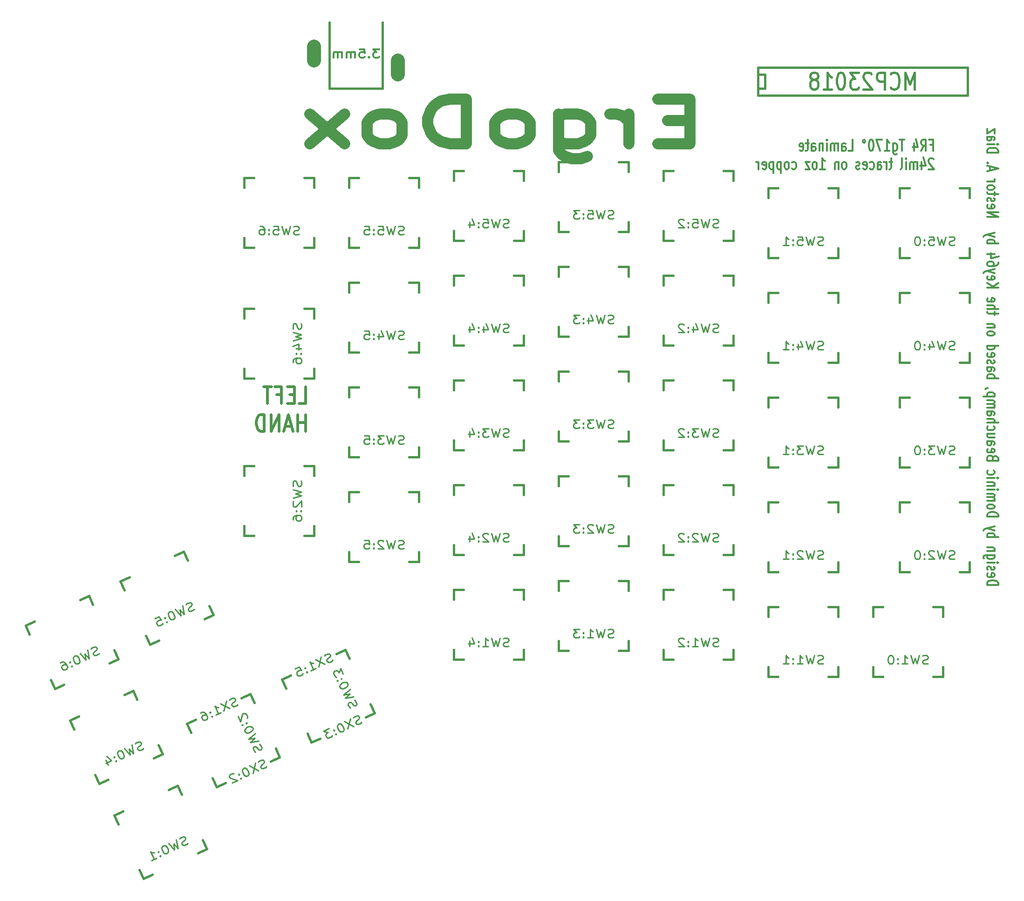
<source format=gbo>
G04 #@! TF.FileFunction,Legend,Bot*
%FSLAX46Y46*%
G04 Gerber Fmt 4.6, Leading zero omitted, Abs format (unit mm)*
G04 Created by KiCad (PCBNEW (2016-11-25 revision 30df041)-makepkg) date 12/02/16 00:31:02*
%MOMM*%
%LPD*%
G01*
G04 APERTURE LIST*
%ADD10C,0.150000*%
%ADD11C,2.032000*%
%ADD12C,0.508000*%
%ADD13C,0.304800*%
%ADD14C,0.381000*%
%ADD15C,2.540000*%
%ADD16C,0.457200*%
%ADD17C,0.254000*%
G04 APERTURE END LIST*
D10*
D11*
X146993428Y-48314428D02*
X142929428Y-48314428D01*
X141187714Y-52571952D02*
X146993428Y-52571952D01*
X146993428Y-44443952D01*
X141187714Y-44443952D01*
X135962571Y-52571952D02*
X135962571Y-47153285D01*
X135962571Y-48701476D02*
X135382000Y-47927380D01*
X134801428Y-47540333D01*
X133640285Y-47153285D01*
X132479142Y-47153285D01*
X123190000Y-47153285D02*
X123190000Y-53733095D01*
X123770571Y-54507190D01*
X124351142Y-54894238D01*
X125512285Y-55281285D01*
X127254000Y-55281285D01*
X128415142Y-54894238D01*
X123190000Y-52184904D02*
X124351142Y-52571952D01*
X126673428Y-52571952D01*
X127834571Y-52184904D01*
X128415142Y-51797857D01*
X128995714Y-51023761D01*
X128995714Y-48701476D01*
X128415142Y-47927380D01*
X127834571Y-47540333D01*
X126673428Y-47153285D01*
X124351142Y-47153285D01*
X123190000Y-47540333D01*
X115642571Y-52571952D02*
X116803714Y-52184904D01*
X117384285Y-51797857D01*
X117964857Y-51023761D01*
X117964857Y-48701476D01*
X117384285Y-47927380D01*
X116803714Y-47540333D01*
X115642571Y-47153285D01*
X113900857Y-47153285D01*
X112739714Y-47540333D01*
X112159142Y-47927380D01*
X111578571Y-48701476D01*
X111578571Y-51023761D01*
X112159142Y-51797857D01*
X112739714Y-52184904D01*
X113900857Y-52571952D01*
X115642571Y-52571952D01*
X106353428Y-52571952D02*
X106353428Y-44443952D01*
X103450571Y-44443952D01*
X101708857Y-44831000D01*
X100547714Y-45605095D01*
X99967142Y-46379190D01*
X99386571Y-47927380D01*
X99386571Y-49088523D01*
X99967142Y-50636714D01*
X100547714Y-51410809D01*
X101708857Y-52184904D01*
X103450571Y-52571952D01*
X106353428Y-52571952D01*
X92419714Y-52571952D02*
X93580857Y-52184904D01*
X94161428Y-51797857D01*
X94742000Y-51023761D01*
X94742000Y-48701476D01*
X94161428Y-47927380D01*
X93580857Y-47540333D01*
X92419714Y-47153285D01*
X90678000Y-47153285D01*
X89516857Y-47540333D01*
X88936285Y-47927380D01*
X88355714Y-48701476D01*
X88355714Y-51023761D01*
X88936285Y-51797857D01*
X89516857Y-52184904D01*
X90678000Y-52571952D01*
X92419714Y-52571952D01*
X84291714Y-52571952D02*
X77905428Y-47153285D01*
X84291714Y-47153285D02*
X77905428Y-52571952D01*
D12*
X75960514Y-99803857D02*
X77170038Y-99803857D01*
X77170038Y-96755857D01*
X75113847Y-98207285D02*
X74267180Y-98207285D01*
X73904323Y-99803857D02*
X75113847Y-99803857D01*
X75113847Y-96755857D01*
X73904323Y-96755857D01*
X71969085Y-98207285D02*
X72815752Y-98207285D01*
X72815752Y-99803857D02*
X72815752Y-96755857D01*
X71606228Y-96755857D01*
X71001466Y-96755857D02*
X69550038Y-96755857D01*
X70275752Y-99803857D02*
X70275752Y-96755857D01*
X77170038Y-104883857D02*
X77170038Y-101835857D01*
X77170038Y-103287285D02*
X75718609Y-103287285D01*
X75718609Y-104883857D02*
X75718609Y-101835857D01*
X74630038Y-104013000D02*
X73420514Y-104013000D01*
X74871942Y-104883857D02*
X74025276Y-101835857D01*
X73178609Y-104883857D01*
X72331942Y-104883857D02*
X72331942Y-101835857D01*
X70880514Y-104883857D01*
X70880514Y-101835857D01*
X69670990Y-104883857D02*
X69670990Y-101835857D01*
X69066228Y-101835857D01*
X68703371Y-101981000D01*
X68461466Y-102271285D01*
X68340514Y-102561571D01*
X68219561Y-103142142D01*
X68219561Y-103577571D01*
X68340514Y-104158142D01*
X68461466Y-104448428D01*
X68703371Y-104738714D01*
X69066228Y-104883857D01*
X69670990Y-104883857D01*
D13*
X190701022Y-52788457D02*
X191209022Y-52788457D01*
X191209022Y-53852838D02*
X191209022Y-51820838D01*
X190483308Y-51820838D01*
X189031880Y-53852838D02*
X189539880Y-52885219D01*
X189902737Y-53852838D02*
X189902737Y-51820838D01*
X189322165Y-51820838D01*
X189177022Y-51917600D01*
X189104451Y-52014361D01*
X189031880Y-52207885D01*
X189031880Y-52498171D01*
X189104451Y-52691695D01*
X189177022Y-52788457D01*
X189322165Y-52885219D01*
X189902737Y-52885219D01*
X187725594Y-52498171D02*
X187725594Y-53852838D01*
X188088451Y-51724076D02*
X188451308Y-53175504D01*
X187507880Y-53175504D01*
X185983880Y-51820838D02*
X185113022Y-51820838D01*
X185548451Y-53852838D02*
X185548451Y-51820838D01*
X183951880Y-52498171D02*
X183951880Y-54143123D01*
X184024451Y-54336647D01*
X184097022Y-54433409D01*
X184242165Y-54530171D01*
X184459880Y-54530171D01*
X184605022Y-54433409D01*
X183951880Y-53756076D02*
X184097022Y-53852838D01*
X184387308Y-53852838D01*
X184532451Y-53756076D01*
X184605022Y-53659314D01*
X184677594Y-53465790D01*
X184677594Y-52885219D01*
X184605022Y-52691695D01*
X184532451Y-52594933D01*
X184387308Y-52498171D01*
X184097022Y-52498171D01*
X183951880Y-52594933D01*
X182427880Y-53852838D02*
X183298737Y-53852838D01*
X182863308Y-53852838D02*
X182863308Y-51820838D01*
X183008451Y-52111123D01*
X183153594Y-52304647D01*
X183298737Y-52401409D01*
X181919880Y-51820838D02*
X180903880Y-51820838D01*
X181557022Y-53852838D01*
X180033022Y-51820838D02*
X179887880Y-51820838D01*
X179742737Y-51917600D01*
X179670165Y-52014361D01*
X179597594Y-52207885D01*
X179525022Y-52594933D01*
X179525022Y-53078742D01*
X179597594Y-53465790D01*
X179670165Y-53659314D01*
X179742737Y-53756076D01*
X179887880Y-53852838D01*
X180033022Y-53852838D01*
X180178165Y-53756076D01*
X180250737Y-53659314D01*
X180323308Y-53465790D01*
X180395880Y-53078742D01*
X180395880Y-52594933D01*
X180323308Y-52207885D01*
X180250737Y-52014361D01*
X180178165Y-51917600D01*
X180033022Y-51820838D01*
X178654165Y-51820838D02*
X178799308Y-51917600D01*
X178871880Y-52111123D01*
X178799308Y-52304647D01*
X178654165Y-52401409D01*
X178509022Y-52304647D01*
X178436451Y-52111123D01*
X178509022Y-51917600D01*
X178654165Y-51820838D01*
X175823880Y-53852838D02*
X176549594Y-53852838D01*
X176549594Y-51820838D01*
X174662737Y-53852838D02*
X174662737Y-52788457D01*
X174735308Y-52594933D01*
X174880451Y-52498171D01*
X175170737Y-52498171D01*
X175315880Y-52594933D01*
X174662737Y-53756076D02*
X174807880Y-53852838D01*
X175170737Y-53852838D01*
X175315880Y-53756076D01*
X175388451Y-53562552D01*
X175388451Y-53369028D01*
X175315880Y-53175504D01*
X175170737Y-53078742D01*
X174807880Y-53078742D01*
X174662737Y-52981980D01*
X173937022Y-53852838D02*
X173937022Y-52498171D01*
X173937022Y-52691695D02*
X173864451Y-52594933D01*
X173719308Y-52498171D01*
X173501594Y-52498171D01*
X173356451Y-52594933D01*
X173283880Y-52788457D01*
X173283880Y-53852838D01*
X173283880Y-52788457D02*
X173211308Y-52594933D01*
X173066165Y-52498171D01*
X172848451Y-52498171D01*
X172703308Y-52594933D01*
X172630737Y-52788457D01*
X172630737Y-53852838D01*
X171905022Y-53852838D02*
X171905022Y-52498171D01*
X171905022Y-51820838D02*
X171977594Y-51917600D01*
X171905022Y-52014361D01*
X171832451Y-51917600D01*
X171905022Y-51820838D01*
X171905022Y-52014361D01*
X171179308Y-52498171D02*
X171179308Y-53852838D01*
X171179308Y-52691695D02*
X171106737Y-52594933D01*
X170961594Y-52498171D01*
X170743880Y-52498171D01*
X170598737Y-52594933D01*
X170526165Y-52788457D01*
X170526165Y-53852838D01*
X169147308Y-53852838D02*
X169147308Y-52788457D01*
X169219880Y-52594933D01*
X169365022Y-52498171D01*
X169655308Y-52498171D01*
X169800451Y-52594933D01*
X169147308Y-53756076D02*
X169292451Y-53852838D01*
X169655308Y-53852838D01*
X169800451Y-53756076D01*
X169873022Y-53562552D01*
X169873022Y-53369028D01*
X169800451Y-53175504D01*
X169655308Y-53078742D01*
X169292451Y-53078742D01*
X169147308Y-52981980D01*
X168639308Y-52498171D02*
X168058737Y-52498171D01*
X168421594Y-51820838D02*
X168421594Y-53562552D01*
X168349022Y-53756076D01*
X168203880Y-53852838D01*
X168058737Y-53852838D01*
X166970165Y-53756076D02*
X167115308Y-53852838D01*
X167405594Y-53852838D01*
X167550737Y-53756076D01*
X167623308Y-53562552D01*
X167623308Y-52788457D01*
X167550737Y-52594933D01*
X167405594Y-52498171D01*
X167115308Y-52498171D01*
X166970165Y-52594933D01*
X166897594Y-52788457D01*
X166897594Y-52981980D01*
X167623308Y-53175504D01*
X191281594Y-55367161D02*
X191209022Y-55270400D01*
X191063880Y-55173638D01*
X190701022Y-55173638D01*
X190555880Y-55270400D01*
X190483308Y-55367161D01*
X190410737Y-55560685D01*
X190410737Y-55754209D01*
X190483308Y-56044495D01*
X191354165Y-57205638D01*
X190410737Y-57205638D01*
X189104451Y-55850971D02*
X189104451Y-57205638D01*
X189467308Y-55076876D02*
X189830165Y-56528304D01*
X188886737Y-56528304D01*
X188306165Y-57205638D02*
X188306165Y-55850971D01*
X188306165Y-56044495D02*
X188233594Y-55947733D01*
X188088451Y-55850971D01*
X187870737Y-55850971D01*
X187725594Y-55947733D01*
X187653022Y-56141257D01*
X187653022Y-57205638D01*
X187653022Y-56141257D02*
X187580451Y-55947733D01*
X187435308Y-55850971D01*
X187217594Y-55850971D01*
X187072451Y-55947733D01*
X186999880Y-56141257D01*
X186999880Y-57205638D01*
X186274165Y-57205638D02*
X186274165Y-55850971D01*
X186274165Y-55173638D02*
X186346737Y-55270400D01*
X186274165Y-55367161D01*
X186201594Y-55270400D01*
X186274165Y-55173638D01*
X186274165Y-55367161D01*
X185330737Y-57205638D02*
X185475880Y-57108876D01*
X185548451Y-56915352D01*
X185548451Y-55173638D01*
X183806737Y-55850971D02*
X183226165Y-55850971D01*
X183589022Y-55173638D02*
X183589022Y-56915352D01*
X183516451Y-57108876D01*
X183371308Y-57205638D01*
X183226165Y-57205638D01*
X182718165Y-57205638D02*
X182718165Y-55850971D01*
X182718165Y-56238019D02*
X182645594Y-56044495D01*
X182573022Y-55947733D01*
X182427880Y-55850971D01*
X182282737Y-55850971D01*
X181121594Y-57205638D02*
X181121594Y-56141257D01*
X181194165Y-55947733D01*
X181339308Y-55850971D01*
X181629594Y-55850971D01*
X181774737Y-55947733D01*
X181121594Y-57108876D02*
X181266737Y-57205638D01*
X181629594Y-57205638D01*
X181774737Y-57108876D01*
X181847308Y-56915352D01*
X181847308Y-56721828D01*
X181774737Y-56528304D01*
X181629594Y-56431542D01*
X181266737Y-56431542D01*
X181121594Y-56334780D01*
X179742737Y-57108876D02*
X179887880Y-57205638D01*
X180178165Y-57205638D01*
X180323308Y-57108876D01*
X180395880Y-57012114D01*
X180468451Y-56818590D01*
X180468451Y-56238019D01*
X180395880Y-56044495D01*
X180323308Y-55947733D01*
X180178165Y-55850971D01*
X179887880Y-55850971D01*
X179742737Y-55947733D01*
X178509022Y-57108876D02*
X178654165Y-57205638D01*
X178944451Y-57205638D01*
X179089594Y-57108876D01*
X179162165Y-56915352D01*
X179162165Y-56141257D01*
X179089594Y-55947733D01*
X178944451Y-55850971D01*
X178654165Y-55850971D01*
X178509022Y-55947733D01*
X178436451Y-56141257D01*
X178436451Y-56334780D01*
X179162165Y-56528304D01*
X177855880Y-57108876D02*
X177710737Y-57205638D01*
X177420451Y-57205638D01*
X177275308Y-57108876D01*
X177202737Y-56915352D01*
X177202737Y-56818590D01*
X177275308Y-56625066D01*
X177420451Y-56528304D01*
X177638165Y-56528304D01*
X177783308Y-56431542D01*
X177855880Y-56238019D01*
X177855880Y-56141257D01*
X177783308Y-55947733D01*
X177638165Y-55850971D01*
X177420451Y-55850971D01*
X177275308Y-55947733D01*
X175170737Y-57205638D02*
X175315880Y-57108876D01*
X175388451Y-57012114D01*
X175461022Y-56818590D01*
X175461022Y-56238019D01*
X175388451Y-56044495D01*
X175315880Y-55947733D01*
X175170737Y-55850971D01*
X174953022Y-55850971D01*
X174807880Y-55947733D01*
X174735308Y-56044495D01*
X174662737Y-56238019D01*
X174662737Y-56818590D01*
X174735308Y-57012114D01*
X174807880Y-57108876D01*
X174953022Y-57205638D01*
X175170737Y-57205638D01*
X174009594Y-55850971D02*
X174009594Y-57205638D01*
X174009594Y-56044495D02*
X173937022Y-55947733D01*
X173791880Y-55850971D01*
X173574165Y-55850971D01*
X173429022Y-55947733D01*
X173356451Y-56141257D01*
X173356451Y-57205638D01*
X170671308Y-57205638D02*
X171542165Y-57205638D01*
X171106737Y-57205638D02*
X171106737Y-55173638D01*
X171251880Y-55463923D01*
X171397022Y-55657447D01*
X171542165Y-55754209D01*
X169800451Y-57205638D02*
X169945594Y-57108876D01*
X170018165Y-57012114D01*
X170090737Y-56818590D01*
X170090737Y-56238019D01*
X170018165Y-56044495D01*
X169945594Y-55947733D01*
X169800451Y-55850971D01*
X169582737Y-55850971D01*
X169437594Y-55947733D01*
X169365022Y-56044495D01*
X169292451Y-56238019D01*
X169292451Y-56818590D01*
X169365022Y-57012114D01*
X169437594Y-57108876D01*
X169582737Y-57205638D01*
X169800451Y-57205638D01*
X168784451Y-55850971D02*
X167986165Y-55850971D01*
X168784451Y-57205638D01*
X167986165Y-57205638D01*
X165591308Y-57108876D02*
X165736451Y-57205638D01*
X166026737Y-57205638D01*
X166171880Y-57108876D01*
X166244451Y-57012114D01*
X166317022Y-56818590D01*
X166317022Y-56238019D01*
X166244451Y-56044495D01*
X166171880Y-55947733D01*
X166026737Y-55850971D01*
X165736451Y-55850971D01*
X165591308Y-55947733D01*
X164720451Y-57205638D02*
X164865594Y-57108876D01*
X164938165Y-57012114D01*
X165010737Y-56818590D01*
X165010737Y-56238019D01*
X164938165Y-56044495D01*
X164865594Y-55947733D01*
X164720451Y-55850971D01*
X164502737Y-55850971D01*
X164357594Y-55947733D01*
X164285022Y-56044495D01*
X164212451Y-56238019D01*
X164212451Y-56818590D01*
X164285022Y-57012114D01*
X164357594Y-57108876D01*
X164502737Y-57205638D01*
X164720451Y-57205638D01*
X163559308Y-55850971D02*
X163559308Y-57882971D01*
X163559308Y-55947733D02*
X163414165Y-55850971D01*
X163123880Y-55850971D01*
X162978737Y-55947733D01*
X162906165Y-56044495D01*
X162833594Y-56238019D01*
X162833594Y-56818590D01*
X162906165Y-57012114D01*
X162978737Y-57108876D01*
X163123880Y-57205638D01*
X163414165Y-57205638D01*
X163559308Y-57108876D01*
X162180451Y-55850971D02*
X162180451Y-57882971D01*
X162180451Y-55947733D02*
X162035308Y-55850971D01*
X161745022Y-55850971D01*
X161599880Y-55947733D01*
X161527308Y-56044495D01*
X161454737Y-56238019D01*
X161454737Y-56818590D01*
X161527308Y-57012114D01*
X161599880Y-57108876D01*
X161745022Y-57205638D01*
X162035308Y-57205638D01*
X162180451Y-57108876D01*
X160221022Y-57108876D02*
X160366165Y-57205638D01*
X160656451Y-57205638D01*
X160801594Y-57108876D01*
X160874165Y-56915352D01*
X160874165Y-56141257D01*
X160801594Y-55947733D01*
X160656451Y-55850971D01*
X160366165Y-55850971D01*
X160221022Y-55947733D01*
X160148451Y-56141257D01*
X160148451Y-56334780D01*
X160874165Y-56528304D01*
X159495308Y-57205638D02*
X159495308Y-55850971D01*
X159495308Y-56238019D02*
X159422737Y-56044495D01*
X159350165Y-55947733D01*
X159205022Y-55850971D01*
X159059880Y-55850971D01*
X201010761Y-132841999D02*
X203042761Y-132841999D01*
X203042761Y-132479142D01*
X202946000Y-132261428D01*
X202752476Y-132116285D01*
X202558952Y-132043714D01*
X202171904Y-131971142D01*
X201881619Y-131971142D01*
X201494571Y-132043714D01*
X201301047Y-132116285D01*
X201107523Y-132261428D01*
X201010761Y-132479142D01*
X201010761Y-132841999D01*
X201107523Y-130737428D02*
X201010761Y-130882571D01*
X201010761Y-131172857D01*
X201107523Y-131317999D01*
X201301047Y-131390571D01*
X202075142Y-131390571D01*
X202268666Y-131317999D01*
X202365428Y-131172857D01*
X202365428Y-130882571D01*
X202268666Y-130737428D01*
X202075142Y-130664857D01*
X201881619Y-130664857D01*
X201688095Y-131390571D01*
X201107523Y-130084285D02*
X201010761Y-129939142D01*
X201010761Y-129648857D01*
X201107523Y-129503714D01*
X201301047Y-129431142D01*
X201397809Y-129431142D01*
X201591333Y-129503714D01*
X201688095Y-129648857D01*
X201688095Y-129866571D01*
X201784857Y-130011714D01*
X201978380Y-130084285D01*
X202075142Y-130084285D01*
X202268666Y-130011714D01*
X202365428Y-129866571D01*
X202365428Y-129648857D01*
X202268666Y-129503714D01*
X201010761Y-128777999D02*
X202365428Y-128777999D01*
X203042761Y-128777999D02*
X202946000Y-128850571D01*
X202849238Y-128777999D01*
X202946000Y-128705428D01*
X203042761Y-128777999D01*
X202849238Y-128777999D01*
X202365428Y-127399142D02*
X200720476Y-127399142D01*
X200526952Y-127471714D01*
X200430190Y-127544285D01*
X200333428Y-127689428D01*
X200333428Y-127907142D01*
X200430190Y-128052285D01*
X201107523Y-127399142D02*
X201010761Y-127544285D01*
X201010761Y-127834571D01*
X201107523Y-127979714D01*
X201204285Y-128052285D01*
X201397809Y-128124857D01*
X201978380Y-128124857D01*
X202171904Y-128052285D01*
X202268666Y-127979714D01*
X202365428Y-127834571D01*
X202365428Y-127544285D01*
X202268666Y-127399142D01*
X202365428Y-126673428D02*
X201010761Y-126673428D01*
X202171904Y-126673428D02*
X202268666Y-126600857D01*
X202365428Y-126455714D01*
X202365428Y-126237999D01*
X202268666Y-126092857D01*
X202075142Y-126020285D01*
X201010761Y-126020285D01*
X201010761Y-124133428D02*
X203042761Y-124133428D01*
X202268666Y-124133428D02*
X202365428Y-123988285D01*
X202365428Y-123697999D01*
X202268666Y-123552857D01*
X202171904Y-123480285D01*
X201978380Y-123407714D01*
X201397809Y-123407714D01*
X201204285Y-123480285D01*
X201107523Y-123552857D01*
X201010761Y-123697999D01*
X201010761Y-123988285D01*
X201107523Y-124133428D01*
X202365428Y-122899714D02*
X201010761Y-122536857D01*
X202365428Y-122173999D02*
X201010761Y-122536857D01*
X200526952Y-122681999D01*
X200430190Y-122754571D01*
X200333428Y-122899714D01*
X201010761Y-120432285D02*
X203042761Y-120432285D01*
X203042761Y-120069428D01*
X202946000Y-119851714D01*
X202752476Y-119706571D01*
X202558952Y-119634000D01*
X202171904Y-119561428D01*
X201881619Y-119561428D01*
X201494571Y-119634000D01*
X201301047Y-119706571D01*
X201107523Y-119851714D01*
X201010761Y-120069428D01*
X201010761Y-120432285D01*
X201010761Y-118690571D02*
X201107523Y-118835714D01*
X201204285Y-118908285D01*
X201397809Y-118980857D01*
X201978380Y-118980857D01*
X202171904Y-118908285D01*
X202268666Y-118835714D01*
X202365428Y-118690571D01*
X202365428Y-118472857D01*
X202268666Y-118327714D01*
X202171904Y-118255142D01*
X201978380Y-118182571D01*
X201397809Y-118182571D01*
X201204285Y-118255142D01*
X201107523Y-118327714D01*
X201010761Y-118472857D01*
X201010761Y-118690571D01*
X201010761Y-117529428D02*
X202365428Y-117529428D01*
X202171904Y-117529428D02*
X202268666Y-117456857D01*
X202365428Y-117311714D01*
X202365428Y-117093999D01*
X202268666Y-116948857D01*
X202075142Y-116876285D01*
X201010761Y-116876285D01*
X202075142Y-116876285D02*
X202268666Y-116803714D01*
X202365428Y-116658571D01*
X202365428Y-116440857D01*
X202268666Y-116295714D01*
X202075142Y-116223142D01*
X201010761Y-116223142D01*
X201010761Y-115497428D02*
X202365428Y-115497428D01*
X203042761Y-115497428D02*
X202946000Y-115569999D01*
X202849238Y-115497428D01*
X202946000Y-115424857D01*
X203042761Y-115497428D01*
X202849238Y-115497428D01*
X202365428Y-114771714D02*
X201010761Y-114771714D01*
X202171904Y-114771714D02*
X202268666Y-114699142D01*
X202365428Y-114553999D01*
X202365428Y-114336285D01*
X202268666Y-114191142D01*
X202075142Y-114118571D01*
X201010761Y-114118571D01*
X201010761Y-113392857D02*
X202365428Y-113392857D01*
X203042761Y-113392857D02*
X202946000Y-113465428D01*
X202849238Y-113392857D01*
X202946000Y-113320285D01*
X203042761Y-113392857D01*
X202849238Y-113392857D01*
X201107523Y-112013999D02*
X201010761Y-112159142D01*
X201010761Y-112449428D01*
X201107523Y-112594571D01*
X201204285Y-112667142D01*
X201397809Y-112739714D01*
X201978380Y-112739714D01*
X202171904Y-112667142D01*
X202268666Y-112594571D01*
X202365428Y-112449428D01*
X202365428Y-112159142D01*
X202268666Y-112013999D01*
X202075142Y-109691714D02*
X201978380Y-109473999D01*
X201881619Y-109401428D01*
X201688095Y-109328857D01*
X201397809Y-109328857D01*
X201204285Y-109401428D01*
X201107523Y-109473999D01*
X201010761Y-109619142D01*
X201010761Y-110199714D01*
X203042761Y-110199714D01*
X203042761Y-109691714D01*
X202946000Y-109546571D01*
X202849238Y-109473999D01*
X202655714Y-109401428D01*
X202462190Y-109401428D01*
X202268666Y-109473999D01*
X202171904Y-109546571D01*
X202075142Y-109691714D01*
X202075142Y-110199714D01*
X201107523Y-108095142D02*
X201010761Y-108240285D01*
X201010761Y-108530571D01*
X201107523Y-108675714D01*
X201301047Y-108748285D01*
X202075142Y-108748285D01*
X202268666Y-108675714D01*
X202365428Y-108530571D01*
X202365428Y-108240285D01*
X202268666Y-108095142D01*
X202075142Y-108022571D01*
X201881619Y-108022571D01*
X201688095Y-108748285D01*
X201010761Y-106716285D02*
X202075142Y-106716285D01*
X202268666Y-106788857D01*
X202365428Y-106933999D01*
X202365428Y-107224285D01*
X202268666Y-107369428D01*
X201107523Y-106716285D02*
X201010761Y-106861428D01*
X201010761Y-107224285D01*
X201107523Y-107369428D01*
X201301047Y-107441999D01*
X201494571Y-107441999D01*
X201688095Y-107369428D01*
X201784857Y-107224285D01*
X201784857Y-106861428D01*
X201881619Y-106716285D01*
X202365428Y-105337428D02*
X201010761Y-105337428D01*
X202365428Y-105990571D02*
X201301047Y-105990571D01*
X201107523Y-105917999D01*
X201010761Y-105772857D01*
X201010761Y-105555142D01*
X201107523Y-105409999D01*
X201204285Y-105337428D01*
X201107523Y-103958571D02*
X201010761Y-104103714D01*
X201010761Y-104393999D01*
X201107523Y-104539142D01*
X201204285Y-104611714D01*
X201397809Y-104684285D01*
X201978380Y-104684285D01*
X202171904Y-104611714D01*
X202268666Y-104539142D01*
X202365428Y-104393999D01*
X202365428Y-104103714D01*
X202268666Y-103958571D01*
X201010761Y-103305428D02*
X203042761Y-103305428D01*
X201010761Y-102652285D02*
X202075142Y-102652285D01*
X202268666Y-102724857D01*
X202365428Y-102869999D01*
X202365428Y-103087714D01*
X202268666Y-103232857D01*
X202171904Y-103305428D01*
X201010761Y-101273428D02*
X202075142Y-101273428D01*
X202268666Y-101345999D01*
X202365428Y-101491142D01*
X202365428Y-101781428D01*
X202268666Y-101926571D01*
X201107523Y-101273428D02*
X201010761Y-101418571D01*
X201010761Y-101781428D01*
X201107523Y-101926571D01*
X201301047Y-101999142D01*
X201494571Y-101999142D01*
X201688095Y-101926571D01*
X201784857Y-101781428D01*
X201784857Y-101418571D01*
X201881619Y-101273428D01*
X201010761Y-100547714D02*
X202365428Y-100547714D01*
X202171904Y-100547714D02*
X202268666Y-100475142D01*
X202365428Y-100329999D01*
X202365428Y-100112285D01*
X202268666Y-99967142D01*
X202075142Y-99894571D01*
X201010761Y-99894571D01*
X202075142Y-99894571D02*
X202268666Y-99821999D01*
X202365428Y-99676857D01*
X202365428Y-99459142D01*
X202268666Y-99313999D01*
X202075142Y-99241428D01*
X201010761Y-99241428D01*
X202365428Y-98515714D02*
X200333428Y-98515714D01*
X202268666Y-98515714D02*
X202365428Y-98370571D01*
X202365428Y-98080285D01*
X202268666Y-97935142D01*
X202171904Y-97862571D01*
X201978380Y-97789999D01*
X201397809Y-97789999D01*
X201204285Y-97862571D01*
X201107523Y-97935142D01*
X201010761Y-98080285D01*
X201010761Y-98370571D01*
X201107523Y-98515714D01*
X201107523Y-97064285D02*
X201010761Y-97064285D01*
X200817238Y-97136857D01*
X200720476Y-97209428D01*
X201010761Y-95249999D02*
X203042761Y-95249999D01*
X202268666Y-95249999D02*
X202365428Y-95104857D01*
X202365428Y-94814571D01*
X202268666Y-94669428D01*
X202171904Y-94596857D01*
X201978380Y-94524285D01*
X201397809Y-94524285D01*
X201204285Y-94596857D01*
X201107523Y-94669428D01*
X201010761Y-94814571D01*
X201010761Y-95104857D01*
X201107523Y-95249999D01*
X201010761Y-93217999D02*
X202075142Y-93217999D01*
X202268666Y-93290571D01*
X202365428Y-93435714D01*
X202365428Y-93725999D01*
X202268666Y-93871142D01*
X201107523Y-93217999D02*
X201010761Y-93363142D01*
X201010761Y-93725999D01*
X201107523Y-93871142D01*
X201301047Y-93943714D01*
X201494571Y-93943714D01*
X201688095Y-93871142D01*
X201784857Y-93725999D01*
X201784857Y-93363142D01*
X201881619Y-93217999D01*
X201107523Y-92564857D02*
X201010761Y-92419714D01*
X201010761Y-92129428D01*
X201107523Y-91984285D01*
X201301047Y-91911714D01*
X201397809Y-91911714D01*
X201591333Y-91984285D01*
X201688095Y-92129428D01*
X201688095Y-92347142D01*
X201784857Y-92492285D01*
X201978380Y-92564857D01*
X202075142Y-92564857D01*
X202268666Y-92492285D01*
X202365428Y-92347142D01*
X202365428Y-92129428D01*
X202268666Y-91984285D01*
X201107523Y-90677999D02*
X201010761Y-90823142D01*
X201010761Y-91113428D01*
X201107523Y-91258571D01*
X201301047Y-91331142D01*
X202075142Y-91331142D01*
X202268666Y-91258571D01*
X202365428Y-91113428D01*
X202365428Y-90823142D01*
X202268666Y-90677999D01*
X202075142Y-90605428D01*
X201881619Y-90605428D01*
X201688095Y-91331142D01*
X201010761Y-89299142D02*
X203042761Y-89299142D01*
X201107523Y-89299142D02*
X201010761Y-89444285D01*
X201010761Y-89734571D01*
X201107523Y-89879714D01*
X201204285Y-89952285D01*
X201397809Y-90024857D01*
X201978380Y-90024857D01*
X202171904Y-89952285D01*
X202268666Y-89879714D01*
X202365428Y-89734571D01*
X202365428Y-89444285D01*
X202268666Y-89299142D01*
X201010761Y-87194571D02*
X201107523Y-87339714D01*
X201204285Y-87412285D01*
X201397809Y-87484857D01*
X201978380Y-87484857D01*
X202171904Y-87412285D01*
X202268666Y-87339714D01*
X202365428Y-87194571D01*
X202365428Y-86976857D01*
X202268666Y-86831714D01*
X202171904Y-86759142D01*
X201978380Y-86686571D01*
X201397809Y-86686571D01*
X201204285Y-86759142D01*
X201107523Y-86831714D01*
X201010761Y-86976857D01*
X201010761Y-87194571D01*
X202365428Y-86033428D02*
X201010761Y-86033428D01*
X202171904Y-86033428D02*
X202268666Y-85960857D01*
X202365428Y-85815714D01*
X202365428Y-85597999D01*
X202268666Y-85452857D01*
X202075142Y-85380285D01*
X201010761Y-85380285D01*
X202365428Y-83711142D02*
X202365428Y-83130571D01*
X203042761Y-83493428D02*
X201301047Y-83493428D01*
X201107523Y-83420857D01*
X201010761Y-83275714D01*
X201010761Y-83130571D01*
X201010761Y-82622571D02*
X203042761Y-82622571D01*
X201010761Y-81969428D02*
X202075142Y-81969428D01*
X202268666Y-82041999D01*
X202365428Y-82187142D01*
X202365428Y-82404857D01*
X202268666Y-82549999D01*
X202171904Y-82622571D01*
X201107523Y-80663142D02*
X201010761Y-80808285D01*
X201010761Y-81098571D01*
X201107523Y-81243714D01*
X201301047Y-81316285D01*
X202075142Y-81316285D01*
X202268666Y-81243714D01*
X202365428Y-81098571D01*
X202365428Y-80808285D01*
X202268666Y-80663142D01*
X202075142Y-80590571D01*
X201881619Y-80590571D01*
X201688095Y-81316285D01*
X201010761Y-78776285D02*
X203042761Y-78776285D01*
X201010761Y-77905428D02*
X202171904Y-78558571D01*
X203042761Y-77905428D02*
X201881619Y-78776285D01*
X201107523Y-76671714D02*
X201010761Y-76816857D01*
X201010761Y-77107142D01*
X201107523Y-77252285D01*
X201301047Y-77324857D01*
X202075142Y-77324857D01*
X202268666Y-77252285D01*
X202365428Y-77107142D01*
X202365428Y-76816857D01*
X202268666Y-76671714D01*
X202075142Y-76599142D01*
X201881619Y-76599142D01*
X201688095Y-77324857D01*
X202365428Y-76091142D02*
X201010761Y-75728285D01*
X202365428Y-75365428D02*
X201010761Y-75728285D01*
X200526952Y-75873428D01*
X200430190Y-75946000D01*
X200333428Y-76091142D01*
X203042761Y-74131714D02*
X203042761Y-74421999D01*
X202946000Y-74567142D01*
X202849238Y-74639714D01*
X202558952Y-74784857D01*
X202171904Y-74857428D01*
X201397809Y-74857428D01*
X201204285Y-74784857D01*
X201107523Y-74712285D01*
X201010761Y-74567142D01*
X201010761Y-74276857D01*
X201107523Y-74131714D01*
X201204285Y-74059142D01*
X201397809Y-73986571D01*
X201881619Y-73986571D01*
X202075142Y-74059142D01*
X202171904Y-74131714D01*
X202268666Y-74276857D01*
X202268666Y-74567142D01*
X202171904Y-74712285D01*
X202075142Y-74784857D01*
X201881619Y-74857428D01*
X202365428Y-72680285D02*
X201010761Y-72680285D01*
X203139523Y-73043142D02*
X201688095Y-73406000D01*
X201688095Y-72462571D01*
X201010761Y-70720857D02*
X203042761Y-70720857D01*
X202268666Y-70720857D02*
X202365428Y-70575714D01*
X202365428Y-70285428D01*
X202268666Y-70140285D01*
X202171904Y-70067714D01*
X201978380Y-69995142D01*
X201397809Y-69995142D01*
X201204285Y-70067714D01*
X201107523Y-70140285D01*
X201010761Y-70285428D01*
X201010761Y-70575714D01*
X201107523Y-70720857D01*
X202365428Y-69487142D02*
X201010761Y-69124285D01*
X202365428Y-68761428D02*
X201010761Y-69124285D01*
X200526952Y-69269428D01*
X200430190Y-69342000D01*
X200333428Y-69487142D01*
X201010761Y-65858571D02*
X203042761Y-65858571D01*
X201010761Y-64987714D01*
X203042761Y-64987714D01*
X201107523Y-63681428D02*
X201010761Y-63826571D01*
X201010761Y-64116857D01*
X201107523Y-64261999D01*
X201301047Y-64334571D01*
X202075142Y-64334571D01*
X202268666Y-64261999D01*
X202365428Y-64116857D01*
X202365428Y-63826571D01*
X202268666Y-63681428D01*
X202075142Y-63608857D01*
X201881619Y-63608857D01*
X201688095Y-64334571D01*
X201107523Y-63028285D02*
X201010761Y-62883142D01*
X201010761Y-62592857D01*
X201107523Y-62447714D01*
X201301047Y-62375142D01*
X201397809Y-62375142D01*
X201591333Y-62447714D01*
X201688095Y-62592857D01*
X201688095Y-62810571D01*
X201784857Y-62955714D01*
X201978380Y-63028285D01*
X202075142Y-63028285D01*
X202268666Y-62955714D01*
X202365428Y-62810571D01*
X202365428Y-62592857D01*
X202268666Y-62447714D01*
X202365428Y-61939714D02*
X202365428Y-61359142D01*
X203042761Y-61721999D02*
X201301047Y-61721999D01*
X201107523Y-61649428D01*
X201010761Y-61504285D01*
X201010761Y-61359142D01*
X201010761Y-60633428D02*
X201107523Y-60778571D01*
X201204285Y-60851142D01*
X201397809Y-60923714D01*
X201978380Y-60923714D01*
X202171904Y-60851142D01*
X202268666Y-60778571D01*
X202365428Y-60633428D01*
X202365428Y-60415714D01*
X202268666Y-60270571D01*
X202171904Y-60197999D01*
X201978380Y-60125428D01*
X201397809Y-60125428D01*
X201204285Y-60197999D01*
X201107523Y-60270571D01*
X201010761Y-60415714D01*
X201010761Y-60633428D01*
X201010761Y-59472285D02*
X202365428Y-59472285D01*
X201978380Y-59472285D02*
X202171904Y-59399714D01*
X202268666Y-59327142D01*
X202365428Y-59181999D01*
X202365428Y-59036857D01*
X201591333Y-57440285D02*
X201591333Y-56714571D01*
X201010761Y-57585428D02*
X203042761Y-57077428D01*
X201010761Y-56569428D01*
X201204285Y-56061428D02*
X201107523Y-55988857D01*
X201010761Y-56061428D01*
X201107523Y-56133999D01*
X201204285Y-56061428D01*
X201010761Y-56061428D01*
X201010761Y-54174571D02*
X203042761Y-54174571D01*
X203042761Y-53811714D01*
X202946000Y-53593999D01*
X202752476Y-53448857D01*
X202558952Y-53376285D01*
X202171904Y-53303714D01*
X201881619Y-53303714D01*
X201494571Y-53376285D01*
X201301047Y-53448857D01*
X201107523Y-53593999D01*
X201010761Y-53811714D01*
X201010761Y-54174571D01*
X201010761Y-52650571D02*
X202365428Y-52650571D01*
X203042761Y-52650571D02*
X202946000Y-52723142D01*
X202849238Y-52650571D01*
X202946000Y-52577999D01*
X203042761Y-52650571D01*
X202849238Y-52650571D01*
X201010761Y-51271714D02*
X202075142Y-51271714D01*
X202268666Y-51344285D01*
X202365428Y-51489428D01*
X202365428Y-51779714D01*
X202268666Y-51924857D01*
X201107523Y-51271714D02*
X201010761Y-51416857D01*
X201010761Y-51779714D01*
X201107523Y-51924857D01*
X201301047Y-51997428D01*
X201494571Y-51997428D01*
X201688095Y-51924857D01*
X201784857Y-51779714D01*
X201784857Y-51416857D01*
X201881619Y-51271714D01*
X202365428Y-50691142D02*
X202365428Y-49892857D01*
X201010761Y-50691142D01*
X201010761Y-49892857D01*
D14*
X159385000Y-43815000D02*
X197485000Y-43815000D01*
X197485000Y-43815000D02*
X197485000Y-38735000D01*
X197485000Y-38735000D02*
X159385000Y-38735000D01*
X159385000Y-38735000D02*
X159385000Y-43815000D01*
X159385000Y-42545000D02*
X160655000Y-42545000D01*
X160655000Y-42545000D02*
X160655000Y-40005000D01*
X160655000Y-40005000D02*
X159385000Y-40005000D01*
D15*
X78740000Y-37465000D02*
X78740000Y-34925000D01*
X93980000Y-40005000D02*
X93980000Y-37465000D01*
D14*
X91109800Y-30480000D02*
X91109800Y-42545000D01*
X91109800Y-42545000D02*
X81508600Y-42545000D01*
X81508600Y-42545000D02*
X81508600Y-30480000D01*
X185102500Y-79702660D02*
X186880500Y-79702660D01*
X196024500Y-79702660D02*
X197802500Y-79702660D01*
X197802500Y-79702660D02*
X197802500Y-81480660D01*
X197802500Y-90624660D02*
X197802500Y-92402660D01*
X197802500Y-92402660D02*
X196024500Y-92402660D01*
X186880500Y-92402660D02*
X185102500Y-92402660D01*
X185102500Y-92402660D02*
X185102500Y-90624660D01*
X185102500Y-81480660D02*
X185102500Y-79702660D01*
X185102500Y-117802660D02*
X186880500Y-117802660D01*
X196024500Y-117802660D02*
X197802500Y-117802660D01*
X197802500Y-117802660D02*
X197802500Y-119580660D01*
X197802500Y-128724660D02*
X197802500Y-130502660D01*
X197802500Y-130502660D02*
X196024500Y-130502660D01*
X186880500Y-130502660D02*
X185102500Y-130502660D01*
X185102500Y-130502660D02*
X185102500Y-128724660D01*
X185102500Y-119580660D02*
X185102500Y-117802660D01*
X185102500Y-60655200D02*
X186880500Y-60655200D01*
X196024500Y-60655200D02*
X197802500Y-60655200D01*
X197802500Y-60655200D02*
X197802500Y-62433200D01*
X197802500Y-71577200D02*
X197802500Y-73355200D01*
X197802500Y-73355200D02*
X196024500Y-73355200D01*
X186880500Y-73355200D02*
X185102500Y-73355200D01*
X185102500Y-73355200D02*
X185102500Y-71577200D01*
X185102500Y-62433200D02*
X185102500Y-60655200D01*
X185102500Y-98752660D02*
X186880500Y-98752660D01*
X196024500Y-98752660D02*
X197802500Y-98752660D01*
X197802500Y-98752660D02*
X197802500Y-100530660D01*
X197802500Y-109674660D02*
X197802500Y-111452660D01*
X197802500Y-111452660D02*
X196024500Y-111452660D01*
X186880500Y-111452660D02*
X185102500Y-111452660D01*
X185102500Y-111452660D02*
X185102500Y-109674660D01*
X185102500Y-100530660D02*
X185102500Y-98752660D01*
X85090000Y-58750200D02*
X86868000Y-58750200D01*
X96012000Y-58750200D02*
X97790000Y-58750200D01*
X97790000Y-58750200D02*
X97790000Y-60528200D01*
X97790000Y-69672200D02*
X97790000Y-71450200D01*
X97790000Y-71450200D02*
X96012000Y-71450200D01*
X86868000Y-71450200D02*
X85090000Y-71450200D01*
X85090000Y-71450200D02*
X85090000Y-69672200D01*
X85090000Y-60528200D02*
X85090000Y-58750200D01*
X142240000Y-76527660D02*
X144018000Y-76527660D01*
X153162000Y-76527660D02*
X154940000Y-76527660D01*
X154940000Y-76527660D02*
X154940000Y-78305660D01*
X154940000Y-87449660D02*
X154940000Y-89227660D01*
X154940000Y-89227660D02*
X153162000Y-89227660D01*
X144018000Y-89227660D02*
X142240000Y-89227660D01*
X142240000Y-89227660D02*
X142240000Y-87449660D01*
X142240000Y-78305660D02*
X142240000Y-76527660D01*
X60967052Y-169555960D02*
X60215636Y-167944545D01*
X56351215Y-159657267D02*
X55599800Y-158045852D01*
X55599800Y-158045852D02*
X57211215Y-157294436D01*
X65498493Y-153430015D02*
X67109908Y-152678600D01*
X67109908Y-152678600D02*
X67861324Y-154290015D01*
X71725745Y-162577293D02*
X72477160Y-164188708D01*
X72477160Y-164188708D02*
X70865745Y-164940124D01*
X62578467Y-168804545D02*
X60967052Y-169555960D01*
X78231432Y-161504160D02*
X77480016Y-159892745D01*
X73615595Y-151605467D02*
X72864180Y-149994052D01*
X72864180Y-149994052D02*
X74475595Y-149242636D01*
X82762873Y-145378215D02*
X84374288Y-144626800D01*
X84374288Y-144626800D02*
X85125704Y-146238215D01*
X88990125Y-154525493D02*
X89741540Y-156136908D01*
X89741540Y-156136908D02*
X88130125Y-156888324D01*
X79842847Y-160752745D02*
X78231432Y-161504160D01*
X104140000Y-133677660D02*
X105918000Y-133677660D01*
X115062000Y-133677660D02*
X116840000Y-133677660D01*
X116840000Y-133677660D02*
X116840000Y-135455660D01*
X116840000Y-144599660D02*
X116840000Y-146377660D01*
X116840000Y-146377660D02*
X115062000Y-146377660D01*
X105918000Y-146377660D02*
X104140000Y-146377660D01*
X104140000Y-146377660D02*
X104140000Y-144599660D01*
X104140000Y-135455660D02*
X104140000Y-133677660D01*
X123190000Y-132080000D02*
X124968000Y-132080000D01*
X134112000Y-132080000D02*
X135890000Y-132080000D01*
X135890000Y-132080000D02*
X135890000Y-133858000D01*
X135890000Y-143002000D02*
X135890000Y-144780000D01*
X135890000Y-144780000D02*
X134112000Y-144780000D01*
X124968000Y-144780000D02*
X123190000Y-144780000D01*
X123190000Y-144780000D02*
X123190000Y-143002000D01*
X123190000Y-133858000D02*
X123190000Y-132080000D01*
X161290000Y-136852660D02*
X163068000Y-136852660D01*
X172212000Y-136852660D02*
X173990000Y-136852660D01*
X173990000Y-136852660D02*
X173990000Y-138630660D01*
X173990000Y-147774660D02*
X173990000Y-149552660D01*
X173990000Y-149552660D02*
X172212000Y-149552660D01*
X163068000Y-149552660D02*
X161290000Y-149552660D01*
X161290000Y-149552660D02*
X161290000Y-147774660D01*
X161290000Y-138630660D02*
X161290000Y-136852660D01*
X85090000Y-115897660D02*
X86868000Y-115897660D01*
X96012000Y-115897660D02*
X97790000Y-115897660D01*
X97790000Y-115897660D02*
X97790000Y-117675660D01*
X97790000Y-126819660D02*
X97790000Y-128597660D01*
X97790000Y-128597660D02*
X96012000Y-128597660D01*
X86868000Y-128597660D02*
X85090000Y-128597660D01*
X85090000Y-128597660D02*
X85090000Y-126819660D01*
X85090000Y-117675660D02*
X85090000Y-115897660D01*
X104140000Y-114627660D02*
X105918000Y-114627660D01*
X115062000Y-114627660D02*
X116840000Y-114627660D01*
X116840000Y-114627660D02*
X116840000Y-116405660D01*
X116840000Y-125549660D02*
X116840000Y-127327660D01*
X116840000Y-127327660D02*
X115062000Y-127327660D01*
X105918000Y-127327660D02*
X104140000Y-127327660D01*
X104140000Y-127327660D02*
X104140000Y-125549660D01*
X104140000Y-116405660D02*
X104140000Y-114627660D01*
X123190000Y-113030000D02*
X124968000Y-113030000D01*
X134112000Y-113030000D02*
X135890000Y-113030000D01*
X135890000Y-113030000D02*
X135890000Y-114808000D01*
X135890000Y-123952000D02*
X135890000Y-125730000D01*
X135890000Y-125730000D02*
X134112000Y-125730000D01*
X124968000Y-125730000D02*
X123190000Y-125730000D01*
X123190000Y-125730000D02*
X123190000Y-123952000D01*
X123190000Y-114808000D02*
X123190000Y-113030000D01*
X142240000Y-114627660D02*
X144018000Y-114627660D01*
X153162000Y-114627660D02*
X154940000Y-114627660D01*
X154940000Y-114627660D02*
X154940000Y-116405660D01*
X154940000Y-125549660D02*
X154940000Y-127327660D01*
X154940000Y-127327660D02*
X153162000Y-127327660D01*
X144018000Y-127327660D02*
X142240000Y-127327660D01*
X142240000Y-127327660D02*
X142240000Y-125549660D01*
X142240000Y-116405660D02*
X142240000Y-114627660D01*
X161290000Y-117802660D02*
X163068000Y-117802660D01*
X172212000Y-117802660D02*
X173990000Y-117802660D01*
X173990000Y-117802660D02*
X173990000Y-119580660D01*
X173990000Y-128724660D02*
X173990000Y-130502660D01*
X173990000Y-130502660D02*
X172212000Y-130502660D01*
X163068000Y-130502660D02*
X161290000Y-130502660D01*
X161290000Y-130502660D02*
X161290000Y-128724660D01*
X161290000Y-119580660D02*
X161290000Y-117802660D01*
X85090000Y-96847660D02*
X86868000Y-96847660D01*
X96012000Y-96847660D02*
X97790000Y-96847660D01*
X97790000Y-96847660D02*
X97790000Y-98625660D01*
X97790000Y-107769660D02*
X97790000Y-109547660D01*
X97790000Y-109547660D02*
X96012000Y-109547660D01*
X86868000Y-109547660D02*
X85090000Y-109547660D01*
X85090000Y-109547660D02*
X85090000Y-107769660D01*
X85090000Y-98625660D02*
X85090000Y-96847660D01*
X104140000Y-95577660D02*
X105918000Y-95577660D01*
X115062000Y-95577660D02*
X116840000Y-95577660D01*
X116840000Y-95577660D02*
X116840000Y-97355660D01*
X116840000Y-106499660D02*
X116840000Y-108277660D01*
X116840000Y-108277660D02*
X115062000Y-108277660D01*
X105918000Y-108277660D02*
X104140000Y-108277660D01*
X104140000Y-108277660D02*
X104140000Y-106499660D01*
X104140000Y-97355660D02*
X104140000Y-95577660D01*
X123190000Y-93980000D02*
X124968000Y-93980000D01*
X134112000Y-93980000D02*
X135890000Y-93980000D01*
X135890000Y-93980000D02*
X135890000Y-95758000D01*
X135890000Y-104902000D02*
X135890000Y-106680000D01*
X135890000Y-106680000D02*
X134112000Y-106680000D01*
X124968000Y-106680000D02*
X123190000Y-106680000D01*
X123190000Y-106680000D02*
X123190000Y-104902000D01*
X123190000Y-95758000D02*
X123190000Y-93980000D01*
X142240000Y-95577660D02*
X144018000Y-95577660D01*
X153162000Y-95577660D02*
X154940000Y-95577660D01*
X154940000Y-95577660D02*
X154940000Y-97355660D01*
X154940000Y-106499660D02*
X154940000Y-108277660D01*
X154940000Y-108277660D02*
X153162000Y-108277660D01*
X144018000Y-108277660D02*
X142240000Y-108277660D01*
X142240000Y-108277660D02*
X142240000Y-106499660D01*
X142240000Y-97355660D02*
X142240000Y-95577660D01*
X104140000Y-76527660D02*
X105918000Y-76527660D01*
X115062000Y-76527660D02*
X116840000Y-76527660D01*
X116840000Y-76527660D02*
X116840000Y-78305660D01*
X116840000Y-87449660D02*
X116840000Y-89227660D01*
X116840000Y-89227660D02*
X115062000Y-89227660D01*
X105918000Y-89227660D02*
X104140000Y-89227660D01*
X104140000Y-89227660D02*
X104140000Y-87449660D01*
X104140000Y-78305660D02*
X104140000Y-76527660D01*
X123190000Y-74930000D02*
X124968000Y-74930000D01*
X134112000Y-74930000D02*
X135890000Y-74930000D01*
X135890000Y-74930000D02*
X135890000Y-76708000D01*
X135890000Y-85852000D02*
X135890000Y-87630000D01*
X135890000Y-87630000D02*
X134112000Y-87630000D01*
X124968000Y-87630000D02*
X123190000Y-87630000D01*
X123190000Y-87630000D02*
X123190000Y-85852000D01*
X123190000Y-76708000D02*
X123190000Y-74930000D01*
X161290000Y-79702660D02*
X163068000Y-79702660D01*
X172212000Y-79702660D02*
X173990000Y-79702660D01*
X173990000Y-79702660D02*
X173990000Y-81480660D01*
X173990000Y-90624660D02*
X173990000Y-92402660D01*
X173990000Y-92402660D02*
X172212000Y-92402660D01*
X163068000Y-92402660D02*
X161290000Y-92402660D01*
X161290000Y-92402660D02*
X161290000Y-90624660D01*
X161290000Y-81480660D02*
X161290000Y-79702660D01*
X142240000Y-133677660D02*
X144018000Y-133677660D01*
X153162000Y-133677660D02*
X154940000Y-133677660D01*
X154940000Y-133677660D02*
X154940000Y-135455660D01*
X154940000Y-144599660D02*
X154940000Y-146377660D01*
X154940000Y-146377660D02*
X153162000Y-146377660D01*
X144018000Y-146377660D02*
X142240000Y-146377660D01*
X142240000Y-146377660D02*
X142240000Y-144599660D01*
X142240000Y-135455660D02*
X142240000Y-133677660D01*
X104140000Y-57477660D02*
X105918000Y-57477660D01*
X115062000Y-57477660D02*
X116840000Y-57477660D01*
X116840000Y-57477660D02*
X116840000Y-59255660D01*
X116840000Y-68399660D02*
X116840000Y-70177660D01*
X116840000Y-70177660D02*
X115062000Y-70177660D01*
X105918000Y-70177660D02*
X104140000Y-70177660D01*
X104140000Y-70177660D02*
X104140000Y-68399660D01*
X104140000Y-59255660D02*
X104140000Y-57477660D01*
X123190000Y-55880000D02*
X124968000Y-55880000D01*
X134112000Y-55880000D02*
X135890000Y-55880000D01*
X135890000Y-55880000D02*
X135890000Y-57658000D01*
X135890000Y-66802000D02*
X135890000Y-68580000D01*
X135890000Y-68580000D02*
X134112000Y-68580000D01*
X124968000Y-68580000D02*
X123190000Y-68580000D01*
X123190000Y-68580000D02*
X123190000Y-66802000D01*
X123190000Y-57658000D02*
X123190000Y-55880000D01*
X142240000Y-57477660D02*
X144018000Y-57477660D01*
X153162000Y-57477660D02*
X154940000Y-57477660D01*
X154940000Y-57477660D02*
X154940000Y-59255660D01*
X154940000Y-68399660D02*
X154940000Y-70177660D01*
X154940000Y-70177660D02*
X153162000Y-70177660D01*
X144018000Y-70177660D02*
X142240000Y-70177660D01*
X142240000Y-70177660D02*
X142240000Y-68399660D01*
X142240000Y-59255660D02*
X142240000Y-57477660D01*
X161290000Y-60655200D02*
X163068000Y-60655200D01*
X172212000Y-60655200D02*
X173990000Y-60655200D01*
X173990000Y-60655200D02*
X173990000Y-62433200D01*
X173990000Y-71577200D02*
X173990000Y-73355200D01*
X173990000Y-73355200D02*
X172212000Y-73355200D01*
X163068000Y-73355200D02*
X161290000Y-73355200D01*
X161290000Y-73355200D02*
X161290000Y-71577200D01*
X161290000Y-62433200D02*
X161290000Y-60655200D01*
X43524640Y-132148012D02*
X45136055Y-131396596D01*
X53423333Y-127532175D02*
X55034748Y-126780760D01*
X55034748Y-126780760D02*
X55786164Y-128392175D01*
X59650585Y-136679453D02*
X60402000Y-138290868D01*
X60402000Y-138290868D02*
X58790585Y-139042284D01*
X50503307Y-142906705D02*
X48891892Y-143658120D01*
X48891892Y-143658120D02*
X48140476Y-142046705D01*
X44276055Y-133759427D02*
X43524640Y-132148012D01*
X26260260Y-140197272D02*
X27871675Y-139445856D01*
X36158953Y-135581435D02*
X37770368Y-134830020D01*
X37770368Y-134830020D02*
X38521784Y-136441435D01*
X42386205Y-144728713D02*
X43137620Y-146340128D01*
X43137620Y-146340128D02*
X41526205Y-147091544D01*
X33238927Y-150955965D02*
X31627512Y-151707380D01*
X31627512Y-151707380D02*
X30876096Y-150095965D01*
X27011675Y-141808687D02*
X26260260Y-140197272D01*
X42361320Y-174728572D02*
X43972735Y-173977156D01*
X52260013Y-170112735D02*
X53871428Y-169361320D01*
X53871428Y-169361320D02*
X54622844Y-170972735D01*
X58487265Y-179260013D02*
X59238680Y-180871428D01*
X59238680Y-180871428D02*
X57627265Y-181622844D01*
X49339987Y-185487265D02*
X47728572Y-186238680D01*
X47728572Y-186238680D02*
X46977156Y-184627265D01*
X43112735Y-176339987D02*
X42361320Y-174728572D01*
X34309520Y-157461652D02*
X35920935Y-156710236D01*
X44208213Y-152845815D02*
X45819628Y-152094400D01*
X45819628Y-152094400D02*
X46571044Y-153705815D01*
X50435465Y-161993093D02*
X51186880Y-163604508D01*
X51186880Y-163604508D02*
X49575465Y-164355924D01*
X41288187Y-168220345D02*
X39676772Y-168971760D01*
X39676772Y-168971760D02*
X38925356Y-167360345D01*
X35060935Y-159073067D02*
X34309520Y-157461652D01*
X85090000Y-77797660D02*
X86868000Y-77797660D01*
X96012000Y-77797660D02*
X97790000Y-77797660D01*
X97790000Y-77797660D02*
X97790000Y-79575660D01*
X97790000Y-88719660D02*
X97790000Y-90497660D01*
X97790000Y-90497660D02*
X96012000Y-90497660D01*
X86868000Y-90497660D02*
X85090000Y-90497660D01*
X85090000Y-90497660D02*
X85090000Y-88719660D01*
X85090000Y-79575660D02*
X85090000Y-77797660D01*
X180340000Y-136852660D02*
X182118000Y-136852660D01*
X191262000Y-136852660D02*
X193040000Y-136852660D01*
X193040000Y-136852660D02*
X193040000Y-138630660D01*
X193040000Y-147774660D02*
X193040000Y-149552660D01*
X193040000Y-149552660D02*
X191262000Y-149552660D01*
X182118000Y-149552660D02*
X180340000Y-149552660D01*
X180340000Y-149552660D02*
X180340000Y-147774660D01*
X180340000Y-138630660D02*
X180340000Y-136852660D01*
X66040000Y-123835160D02*
X66040000Y-122057160D01*
X66040000Y-112913160D02*
X66040000Y-111135160D01*
X66040000Y-111135160D02*
X67818000Y-111135160D01*
X76962000Y-111135160D02*
X78740000Y-111135160D01*
X78740000Y-111135160D02*
X78740000Y-112913160D01*
X78740000Y-122057160D02*
X78740000Y-123835160D01*
X78740000Y-123835160D02*
X76962000Y-123835160D01*
X67818000Y-123835160D02*
X66040000Y-123835160D01*
X66040000Y-95260160D02*
X66040000Y-93482160D01*
X66040000Y-84338160D02*
X66040000Y-82560160D01*
X66040000Y-82560160D02*
X67818000Y-82560160D01*
X76962000Y-82560160D02*
X78740000Y-82560160D01*
X78740000Y-82560160D02*
X78740000Y-84338160D01*
X78740000Y-93482160D02*
X78740000Y-95260160D01*
X78740000Y-95260160D02*
X76962000Y-95260160D01*
X67818000Y-95260160D02*
X66040000Y-95260160D01*
X66040000Y-58750200D02*
X67818000Y-58750200D01*
X76962000Y-58750200D02*
X78740000Y-58750200D01*
X78740000Y-58750200D02*
X78740000Y-60528200D01*
X78740000Y-69672200D02*
X78740000Y-71450200D01*
X78740000Y-71450200D02*
X76962000Y-71450200D01*
X67818000Y-71450200D02*
X66040000Y-71450200D01*
X66040000Y-71450200D02*
X66040000Y-69672200D01*
X66040000Y-60528200D02*
X66040000Y-58750200D01*
X161290000Y-98752660D02*
X163068000Y-98752660D01*
X172212000Y-98752660D02*
X173990000Y-98752660D01*
X173990000Y-98752660D02*
X173990000Y-100530660D01*
X173990000Y-109674660D02*
X173990000Y-111452660D01*
X173990000Y-111452660D02*
X172212000Y-111452660D01*
X163068000Y-111452660D02*
X161290000Y-111452660D01*
X161290000Y-111452660D02*
X161290000Y-109674660D01*
X161290000Y-100530660D02*
X161290000Y-98752660D01*
D16*
X187869285Y-42653857D02*
X187869285Y-39605857D01*
X187022619Y-41783000D01*
X186175952Y-39605857D01*
X186175952Y-42653857D01*
X183515000Y-42363571D02*
X183635952Y-42508714D01*
X183998809Y-42653857D01*
X184240714Y-42653857D01*
X184603571Y-42508714D01*
X184845476Y-42218428D01*
X184966428Y-41928142D01*
X185087380Y-41347571D01*
X185087380Y-40912142D01*
X184966428Y-40331571D01*
X184845476Y-40041285D01*
X184603571Y-39751000D01*
X184240714Y-39605857D01*
X183998809Y-39605857D01*
X183635952Y-39751000D01*
X183515000Y-39896142D01*
X182426428Y-42653857D02*
X182426428Y-39605857D01*
X181458809Y-39605857D01*
X181216904Y-39751000D01*
X181095952Y-39896142D01*
X180975000Y-40186428D01*
X180975000Y-40621857D01*
X181095952Y-40912142D01*
X181216904Y-41057285D01*
X181458809Y-41202428D01*
X182426428Y-41202428D01*
X180007380Y-39896142D02*
X179886428Y-39751000D01*
X179644523Y-39605857D01*
X179039761Y-39605857D01*
X178797857Y-39751000D01*
X178676904Y-39896142D01*
X178555952Y-40186428D01*
X178555952Y-40476714D01*
X178676904Y-40912142D01*
X180128333Y-42653857D01*
X178555952Y-42653857D01*
X177709285Y-39605857D02*
X176136904Y-39605857D01*
X176983571Y-40767000D01*
X176620714Y-40767000D01*
X176378809Y-40912142D01*
X176257857Y-41057285D01*
X176136904Y-41347571D01*
X176136904Y-42073285D01*
X176257857Y-42363571D01*
X176378809Y-42508714D01*
X176620714Y-42653857D01*
X177346428Y-42653857D01*
X177588333Y-42508714D01*
X177709285Y-42363571D01*
X174564523Y-39605857D02*
X174322619Y-39605857D01*
X174080714Y-39751000D01*
X173959761Y-39896142D01*
X173838809Y-40186428D01*
X173717857Y-40767000D01*
X173717857Y-41492714D01*
X173838809Y-42073285D01*
X173959761Y-42363571D01*
X174080714Y-42508714D01*
X174322619Y-42653857D01*
X174564523Y-42653857D01*
X174806428Y-42508714D01*
X174927380Y-42363571D01*
X175048333Y-42073285D01*
X175169285Y-41492714D01*
X175169285Y-40767000D01*
X175048333Y-40186428D01*
X174927380Y-39896142D01*
X174806428Y-39751000D01*
X174564523Y-39605857D01*
X171298809Y-42653857D02*
X172750238Y-42653857D01*
X172024523Y-42653857D02*
X172024523Y-39605857D01*
X172266428Y-40041285D01*
X172508333Y-40331571D01*
X172750238Y-40476714D01*
X169847380Y-40912142D02*
X170089285Y-40767000D01*
X170210238Y-40621857D01*
X170331190Y-40331571D01*
X170331190Y-40186428D01*
X170210238Y-39896142D01*
X170089285Y-39751000D01*
X169847380Y-39605857D01*
X169363571Y-39605857D01*
X169121666Y-39751000D01*
X169000714Y-39896142D01*
X168879761Y-40186428D01*
X168879761Y-40331571D01*
X169000714Y-40621857D01*
X169121666Y-40767000D01*
X169363571Y-40912142D01*
X169847380Y-40912142D01*
X170089285Y-41057285D01*
X170210238Y-41202428D01*
X170331190Y-41492714D01*
X170331190Y-42073285D01*
X170210238Y-42363571D01*
X170089285Y-42508714D01*
X169847380Y-42653857D01*
X169363571Y-42653857D01*
X169121666Y-42508714D01*
X169000714Y-42363571D01*
X168879761Y-42073285D01*
X168879761Y-41492714D01*
X169000714Y-41202428D01*
X169121666Y-41057285D01*
X169363571Y-40912142D01*
D17*
X82081777Y-146516661D02*
X81882245Y-146689778D01*
X81498575Y-146868687D01*
X81314436Y-146874478D01*
X81207032Y-146844487D01*
X81068958Y-146748725D01*
X81007618Y-146617181D01*
X81023012Y-146449855D01*
X81069076Y-146348301D01*
X81191874Y-146210966D01*
X81468141Y-146002067D01*
X81590939Y-145864732D01*
X81637003Y-145763178D01*
X81652397Y-145595852D01*
X81591057Y-145464308D01*
X81452983Y-145368546D01*
X81345579Y-145338555D01*
X81161441Y-145344347D01*
X80777770Y-145523255D01*
X80578238Y-145696372D01*
X80010430Y-145881072D02*
X79580223Y-147763229D01*
X78936153Y-146382015D02*
X80654500Y-147262285D01*
X78122276Y-148443080D02*
X79043085Y-148013700D01*
X78582680Y-148228390D02*
X77938610Y-146847177D01*
X78184088Y-146972930D01*
X78398896Y-147032911D01*
X78583034Y-147027120D01*
X77370329Y-148633571D02*
X77324265Y-148735125D01*
X77431669Y-148765116D01*
X77477733Y-148663562D01*
X77370329Y-148633571D01*
X77431669Y-148765116D01*
X77032959Y-147910079D02*
X76986895Y-148011633D01*
X77094299Y-148041623D01*
X77140363Y-147940069D01*
X77032959Y-147910079D01*
X77094299Y-148041623D01*
X75252918Y-148099536D02*
X76020259Y-147741719D01*
X76403693Y-148363658D01*
X76296289Y-148333668D01*
X76112151Y-148339459D01*
X75728480Y-148518367D01*
X75605682Y-148655703D01*
X75559618Y-148757257D01*
X75544224Y-148924582D01*
X75697574Y-149253443D01*
X75835648Y-149349205D01*
X75943052Y-149379195D01*
X76127190Y-149373404D01*
X76510861Y-149194496D01*
X76633659Y-149057160D01*
X76679723Y-148955607D01*
X64817397Y-154568461D02*
X64617865Y-154741578D01*
X64234195Y-154920487D01*
X64050056Y-154926278D01*
X63942652Y-154896287D01*
X63804578Y-154800525D01*
X63743238Y-154668981D01*
X63758632Y-154501655D01*
X63804696Y-154400101D01*
X63927494Y-154262766D01*
X64203761Y-154053867D01*
X64326559Y-153916532D01*
X64372623Y-153814978D01*
X64388017Y-153647652D01*
X64326677Y-153516108D01*
X64188603Y-153420346D01*
X64081199Y-153390355D01*
X63897061Y-153396147D01*
X63513390Y-153575055D01*
X63313858Y-153748172D01*
X62746050Y-153932872D02*
X62315843Y-155815029D01*
X61671773Y-154433815D02*
X63390120Y-155314085D01*
X60857896Y-156494880D02*
X61778705Y-156065500D01*
X61318300Y-156280190D02*
X60674230Y-154898977D01*
X60919708Y-155024730D01*
X61134516Y-155084711D01*
X61318654Y-155078920D01*
X60105949Y-156685371D02*
X60059885Y-156786925D01*
X60167289Y-156816916D01*
X60213353Y-156715362D01*
X60105949Y-156685371D01*
X60167289Y-156816916D01*
X59768579Y-155961879D02*
X59722515Y-156063433D01*
X59829919Y-156093423D01*
X59875983Y-155991869D01*
X59768579Y-155961879D01*
X59829919Y-156093423D01*
X58065272Y-156115554D02*
X58372208Y-155972428D01*
X58556346Y-155966636D01*
X58663750Y-155996627D01*
X58909229Y-156122380D01*
X59108643Y-156349686D01*
X59354003Y-156875862D01*
X59338609Y-157043188D01*
X59292545Y-157144742D01*
X59169747Y-157282077D01*
X58862810Y-157425204D01*
X58678672Y-157430995D01*
X58571268Y-157401005D01*
X58433194Y-157305243D01*
X58279844Y-156976382D01*
X58295238Y-156809057D01*
X58341302Y-156707503D01*
X58464100Y-156570167D01*
X58771037Y-156427041D01*
X58955175Y-156421249D01*
X59062579Y-156451240D01*
X59200653Y-156547002D01*
X87342605Y-157798325D02*
X87143073Y-157971442D01*
X86759403Y-158150351D01*
X86575264Y-158156142D01*
X86467860Y-158126151D01*
X86329786Y-158030389D01*
X86268446Y-157898845D01*
X86283840Y-157731519D01*
X86329904Y-157629965D01*
X86452702Y-157492630D01*
X86728969Y-157283731D01*
X86851767Y-157146396D01*
X86897831Y-157044842D01*
X86913225Y-156877516D01*
X86851885Y-156745972D01*
X86713811Y-156650210D01*
X86606407Y-156620219D01*
X86422269Y-156626011D01*
X86038598Y-156804919D01*
X85839066Y-156978036D01*
X85271258Y-157162736D02*
X84841051Y-159044893D01*
X84196981Y-157663679D02*
X85915328Y-158543949D01*
X83276172Y-158093060D02*
X83122704Y-158164623D01*
X82999906Y-158301958D01*
X82953842Y-158403512D01*
X82938448Y-158570838D01*
X82984394Y-158869708D01*
X83137744Y-159198568D01*
X83337158Y-159425875D01*
X83475232Y-159521637D01*
X83582636Y-159551627D01*
X83766774Y-159545836D01*
X83920242Y-159474273D01*
X84043040Y-159336937D01*
X84089105Y-159235384D01*
X84104499Y-159068058D01*
X84058553Y-158769188D01*
X83905203Y-158440328D01*
X83705788Y-158213021D01*
X83567714Y-158117259D01*
X83460310Y-158087268D01*
X83276172Y-158093060D01*
X82631157Y-159915235D02*
X82585093Y-160016789D01*
X82692497Y-160046780D01*
X82738561Y-159945226D01*
X82631157Y-159915235D01*
X82692497Y-160046780D01*
X82293787Y-159191743D02*
X82247723Y-159293297D01*
X82355127Y-159323287D01*
X82401191Y-159221733D01*
X82293787Y-159191743D01*
X82355127Y-159323287D01*
X81434555Y-158951820D02*
X80437012Y-159416982D01*
X81219510Y-159692686D01*
X80989308Y-159800031D01*
X80866510Y-159937367D01*
X80820446Y-160038921D01*
X80805052Y-160206246D01*
X80958402Y-160535107D01*
X81096476Y-160630869D01*
X81203880Y-160660859D01*
X81388018Y-160655068D01*
X81848423Y-160440378D01*
X81971221Y-160303043D01*
X82017285Y-160201489D01*
X70075685Y-165847585D02*
X69876153Y-166020702D01*
X69492483Y-166199611D01*
X69308344Y-166205402D01*
X69200940Y-166175411D01*
X69062866Y-166079649D01*
X69001526Y-165948105D01*
X69016920Y-165780779D01*
X69062984Y-165679225D01*
X69185782Y-165541890D01*
X69462049Y-165332991D01*
X69584847Y-165195656D01*
X69630911Y-165094102D01*
X69646305Y-164926776D01*
X69584965Y-164795232D01*
X69446891Y-164699470D01*
X69339487Y-164669479D01*
X69155349Y-164675271D01*
X68771678Y-164854179D01*
X68572146Y-165027296D01*
X68004338Y-165211996D02*
X67574131Y-167094153D01*
X66930061Y-165712939D02*
X68648408Y-166593209D01*
X66009252Y-166142320D02*
X65855784Y-166213883D01*
X65732986Y-166351218D01*
X65686922Y-166452772D01*
X65671528Y-166620098D01*
X65717474Y-166918968D01*
X65870824Y-167247828D01*
X66070238Y-167475135D01*
X66208312Y-167570897D01*
X66315716Y-167600887D01*
X66499854Y-167595096D01*
X66653322Y-167523533D01*
X66776120Y-167386197D01*
X66822185Y-167284644D01*
X66837579Y-167117318D01*
X66791633Y-166818448D01*
X66638283Y-166489588D01*
X66438868Y-166262281D01*
X66300794Y-166166519D01*
X66193390Y-166136528D01*
X66009252Y-166142320D01*
X65364237Y-167964495D02*
X65318173Y-168066049D01*
X65425577Y-168096040D01*
X65471641Y-167994486D01*
X65364237Y-167964495D01*
X65425577Y-168096040D01*
X65026867Y-167241003D02*
X64980803Y-167342557D01*
X65088207Y-167372547D01*
X65134271Y-167270993D01*
X65026867Y-167241003D01*
X65088207Y-167372547D01*
X64152241Y-167168406D02*
X64044837Y-167138415D01*
X63860698Y-167144207D01*
X63477028Y-167323115D01*
X63354230Y-167460450D01*
X63308166Y-167562004D01*
X63292772Y-167729330D01*
X63354112Y-167860874D01*
X63522856Y-168022409D01*
X64811705Y-168382293D01*
X63814162Y-168847455D01*
D13*
X90542533Y-35360428D02*
X89441866Y-35360428D01*
X90034533Y-35941000D01*
X89780533Y-35941000D01*
X89611200Y-36013571D01*
X89526533Y-36086142D01*
X89441866Y-36231285D01*
X89441866Y-36594142D01*
X89526533Y-36739285D01*
X89611200Y-36811857D01*
X89780533Y-36884428D01*
X90288533Y-36884428D01*
X90457866Y-36811857D01*
X90542533Y-36739285D01*
X88679866Y-36739285D02*
X88595200Y-36811857D01*
X88679866Y-36884428D01*
X88764533Y-36811857D01*
X88679866Y-36739285D01*
X88679866Y-36884428D01*
X86986533Y-35360428D02*
X87833200Y-35360428D01*
X87917866Y-36086142D01*
X87833200Y-36013571D01*
X87663866Y-35941000D01*
X87240533Y-35941000D01*
X87071200Y-36013571D01*
X86986533Y-36086142D01*
X86901866Y-36231285D01*
X86901866Y-36594142D01*
X86986533Y-36739285D01*
X87071200Y-36811857D01*
X87240533Y-36884428D01*
X87663866Y-36884428D01*
X87833200Y-36811857D01*
X87917866Y-36739285D01*
X86139866Y-36884428D02*
X86139866Y-35868428D01*
X86139866Y-36013571D02*
X86055200Y-35941000D01*
X85885866Y-35868428D01*
X85631866Y-35868428D01*
X85462533Y-35941000D01*
X85377866Y-36086142D01*
X85377866Y-36884428D01*
X85377866Y-36086142D02*
X85293200Y-35941000D01*
X85123866Y-35868428D01*
X84869866Y-35868428D01*
X84700533Y-35941000D01*
X84615866Y-36086142D01*
X84615866Y-36884428D01*
X83769200Y-36884428D02*
X83769200Y-35868428D01*
X83769200Y-36013571D02*
X83684533Y-35941000D01*
X83515200Y-35868428D01*
X83261200Y-35868428D01*
X83091866Y-35941000D01*
X83007200Y-36086142D01*
X83007200Y-36884428D01*
X83007200Y-36086142D02*
X82922533Y-35941000D01*
X82753200Y-35868428D01*
X82499200Y-35868428D01*
X82329866Y-35941000D01*
X82245200Y-36086142D01*
X82245200Y-36884428D01*
D17*
X195093166Y-89971517D02*
X194839166Y-90044088D01*
X194415833Y-90044088D01*
X194246500Y-89971517D01*
X194161833Y-89898945D01*
X194077166Y-89753802D01*
X194077166Y-89608660D01*
X194161833Y-89463517D01*
X194246500Y-89390945D01*
X194415833Y-89318374D01*
X194754500Y-89245802D01*
X194923833Y-89173231D01*
X195008500Y-89100660D01*
X195093166Y-88955517D01*
X195093166Y-88810374D01*
X195008500Y-88665231D01*
X194923833Y-88592660D01*
X194754500Y-88520088D01*
X194331166Y-88520088D01*
X194077166Y-88592660D01*
X193484500Y-88520088D02*
X193061166Y-90044088D01*
X192722500Y-88955517D01*
X192383833Y-90044088D01*
X191960500Y-88520088D01*
X190521166Y-89028088D02*
X190521166Y-90044088D01*
X190944500Y-88447517D02*
X191367833Y-89536088D01*
X190267166Y-89536088D01*
X189589833Y-89898945D02*
X189505166Y-89971517D01*
X189589833Y-90044088D01*
X189674500Y-89971517D01*
X189589833Y-89898945D01*
X189589833Y-90044088D01*
X189589833Y-89100660D02*
X189505166Y-89173231D01*
X189589833Y-89245802D01*
X189674500Y-89173231D01*
X189589833Y-89100660D01*
X189589833Y-89245802D01*
X188404500Y-88520088D02*
X188235166Y-88520088D01*
X188065833Y-88592660D01*
X187981166Y-88665231D01*
X187896500Y-88810374D01*
X187811833Y-89100660D01*
X187811833Y-89463517D01*
X187896500Y-89753802D01*
X187981166Y-89898945D01*
X188065833Y-89971517D01*
X188235166Y-90044088D01*
X188404500Y-90044088D01*
X188573833Y-89971517D01*
X188658500Y-89898945D01*
X188743166Y-89753802D01*
X188827833Y-89463517D01*
X188827833Y-89100660D01*
X188743166Y-88810374D01*
X188658500Y-88665231D01*
X188573833Y-88592660D01*
X188404500Y-88520088D01*
X195093166Y-128071517D02*
X194839166Y-128144088D01*
X194415833Y-128144088D01*
X194246500Y-128071517D01*
X194161833Y-127998945D01*
X194077166Y-127853802D01*
X194077166Y-127708660D01*
X194161833Y-127563517D01*
X194246500Y-127490945D01*
X194415833Y-127418374D01*
X194754500Y-127345802D01*
X194923833Y-127273231D01*
X195008500Y-127200660D01*
X195093166Y-127055517D01*
X195093166Y-126910374D01*
X195008500Y-126765231D01*
X194923833Y-126692660D01*
X194754500Y-126620088D01*
X194331166Y-126620088D01*
X194077166Y-126692660D01*
X193484500Y-126620088D02*
X193061166Y-128144088D01*
X192722500Y-127055517D01*
X192383833Y-128144088D01*
X191960500Y-126620088D01*
X191367833Y-126765231D02*
X191283166Y-126692660D01*
X191113833Y-126620088D01*
X190690500Y-126620088D01*
X190521166Y-126692660D01*
X190436500Y-126765231D01*
X190351833Y-126910374D01*
X190351833Y-127055517D01*
X190436500Y-127273231D01*
X191452500Y-128144088D01*
X190351833Y-128144088D01*
X189589833Y-127998945D02*
X189505166Y-128071517D01*
X189589833Y-128144088D01*
X189674500Y-128071517D01*
X189589833Y-127998945D01*
X189589833Y-128144088D01*
X189589833Y-127200660D02*
X189505166Y-127273231D01*
X189589833Y-127345802D01*
X189674500Y-127273231D01*
X189589833Y-127200660D01*
X189589833Y-127345802D01*
X188404500Y-126620088D02*
X188235166Y-126620088D01*
X188065833Y-126692660D01*
X187981166Y-126765231D01*
X187896500Y-126910374D01*
X187811833Y-127200660D01*
X187811833Y-127563517D01*
X187896500Y-127853802D01*
X187981166Y-127998945D01*
X188065833Y-128071517D01*
X188235166Y-128144088D01*
X188404500Y-128144088D01*
X188573833Y-128071517D01*
X188658500Y-127998945D01*
X188743166Y-127853802D01*
X188827833Y-127563517D01*
X188827833Y-127200660D01*
X188743166Y-126910374D01*
X188658500Y-126765231D01*
X188573833Y-126692660D01*
X188404500Y-126620088D01*
X195093166Y-70924057D02*
X194839166Y-70996628D01*
X194415833Y-70996628D01*
X194246500Y-70924057D01*
X194161833Y-70851485D01*
X194077166Y-70706342D01*
X194077166Y-70561200D01*
X194161833Y-70416057D01*
X194246500Y-70343485D01*
X194415833Y-70270914D01*
X194754500Y-70198342D01*
X194923833Y-70125771D01*
X195008500Y-70053200D01*
X195093166Y-69908057D01*
X195093166Y-69762914D01*
X195008500Y-69617771D01*
X194923833Y-69545200D01*
X194754500Y-69472628D01*
X194331166Y-69472628D01*
X194077166Y-69545200D01*
X193484500Y-69472628D02*
X193061166Y-70996628D01*
X192722500Y-69908057D01*
X192383833Y-70996628D01*
X191960500Y-69472628D01*
X190436500Y-69472628D02*
X191283166Y-69472628D01*
X191367833Y-70198342D01*
X191283166Y-70125771D01*
X191113833Y-70053200D01*
X190690500Y-70053200D01*
X190521166Y-70125771D01*
X190436500Y-70198342D01*
X190351833Y-70343485D01*
X190351833Y-70706342D01*
X190436500Y-70851485D01*
X190521166Y-70924057D01*
X190690500Y-70996628D01*
X191113833Y-70996628D01*
X191283166Y-70924057D01*
X191367833Y-70851485D01*
X189589833Y-70851485D02*
X189505166Y-70924057D01*
X189589833Y-70996628D01*
X189674500Y-70924057D01*
X189589833Y-70851485D01*
X189589833Y-70996628D01*
X189589833Y-70053200D02*
X189505166Y-70125771D01*
X189589833Y-70198342D01*
X189674500Y-70125771D01*
X189589833Y-70053200D01*
X189589833Y-70198342D01*
X188404500Y-69472628D02*
X188235166Y-69472628D01*
X188065833Y-69545200D01*
X187981166Y-69617771D01*
X187896500Y-69762914D01*
X187811833Y-70053200D01*
X187811833Y-70416057D01*
X187896500Y-70706342D01*
X187981166Y-70851485D01*
X188065833Y-70924057D01*
X188235166Y-70996628D01*
X188404500Y-70996628D01*
X188573833Y-70924057D01*
X188658500Y-70851485D01*
X188743166Y-70706342D01*
X188827833Y-70416057D01*
X188827833Y-70053200D01*
X188743166Y-69762914D01*
X188658500Y-69617771D01*
X188573833Y-69545200D01*
X188404500Y-69472628D01*
X195093166Y-109021517D02*
X194839166Y-109094088D01*
X194415833Y-109094088D01*
X194246500Y-109021517D01*
X194161833Y-108948945D01*
X194077166Y-108803802D01*
X194077166Y-108658660D01*
X194161833Y-108513517D01*
X194246500Y-108440945D01*
X194415833Y-108368374D01*
X194754500Y-108295802D01*
X194923833Y-108223231D01*
X195008500Y-108150660D01*
X195093166Y-108005517D01*
X195093166Y-107860374D01*
X195008500Y-107715231D01*
X194923833Y-107642660D01*
X194754500Y-107570088D01*
X194331166Y-107570088D01*
X194077166Y-107642660D01*
X193484500Y-107570088D02*
X193061166Y-109094088D01*
X192722500Y-108005517D01*
X192383833Y-109094088D01*
X191960500Y-107570088D01*
X191452500Y-107570088D02*
X190351833Y-107570088D01*
X190944500Y-108150660D01*
X190690500Y-108150660D01*
X190521166Y-108223231D01*
X190436500Y-108295802D01*
X190351833Y-108440945D01*
X190351833Y-108803802D01*
X190436500Y-108948945D01*
X190521166Y-109021517D01*
X190690500Y-109094088D01*
X191198500Y-109094088D01*
X191367833Y-109021517D01*
X191452500Y-108948945D01*
X189589833Y-108948945D02*
X189505166Y-109021517D01*
X189589833Y-109094088D01*
X189674500Y-109021517D01*
X189589833Y-108948945D01*
X189589833Y-109094088D01*
X189589833Y-108150660D02*
X189505166Y-108223231D01*
X189589833Y-108295802D01*
X189674500Y-108223231D01*
X189589833Y-108150660D01*
X189589833Y-108295802D01*
X188404500Y-107570088D02*
X188235166Y-107570088D01*
X188065833Y-107642660D01*
X187981166Y-107715231D01*
X187896500Y-107860374D01*
X187811833Y-108150660D01*
X187811833Y-108513517D01*
X187896500Y-108803802D01*
X187981166Y-108948945D01*
X188065833Y-109021517D01*
X188235166Y-109094088D01*
X188404500Y-109094088D01*
X188573833Y-109021517D01*
X188658500Y-108948945D01*
X188743166Y-108803802D01*
X188827833Y-108513517D01*
X188827833Y-108150660D01*
X188743166Y-107860374D01*
X188658500Y-107715231D01*
X188573833Y-107642660D01*
X188404500Y-107570088D01*
X95080666Y-69019057D02*
X94826666Y-69091628D01*
X94403333Y-69091628D01*
X94234000Y-69019057D01*
X94149333Y-68946485D01*
X94064666Y-68801342D01*
X94064666Y-68656200D01*
X94149333Y-68511057D01*
X94234000Y-68438485D01*
X94403333Y-68365914D01*
X94742000Y-68293342D01*
X94911333Y-68220771D01*
X94996000Y-68148200D01*
X95080666Y-68003057D01*
X95080666Y-67857914D01*
X94996000Y-67712771D01*
X94911333Y-67640200D01*
X94742000Y-67567628D01*
X94318666Y-67567628D01*
X94064666Y-67640200D01*
X93472000Y-67567628D02*
X93048666Y-69091628D01*
X92710000Y-68003057D01*
X92371333Y-69091628D01*
X91948000Y-67567628D01*
X90424000Y-67567628D02*
X91270666Y-67567628D01*
X91355333Y-68293342D01*
X91270666Y-68220771D01*
X91101333Y-68148200D01*
X90678000Y-68148200D01*
X90508666Y-68220771D01*
X90424000Y-68293342D01*
X90339333Y-68438485D01*
X90339333Y-68801342D01*
X90424000Y-68946485D01*
X90508666Y-69019057D01*
X90678000Y-69091628D01*
X91101333Y-69091628D01*
X91270666Y-69019057D01*
X91355333Y-68946485D01*
X89577333Y-68946485D02*
X89492666Y-69019057D01*
X89577333Y-69091628D01*
X89662000Y-69019057D01*
X89577333Y-68946485D01*
X89577333Y-69091628D01*
X89577333Y-68148200D02*
X89492666Y-68220771D01*
X89577333Y-68293342D01*
X89662000Y-68220771D01*
X89577333Y-68148200D01*
X89577333Y-68293342D01*
X87884000Y-67567628D02*
X88730666Y-67567628D01*
X88815333Y-68293342D01*
X88730666Y-68220771D01*
X88561333Y-68148200D01*
X88138000Y-68148200D01*
X87968666Y-68220771D01*
X87884000Y-68293342D01*
X87799333Y-68438485D01*
X87799333Y-68801342D01*
X87884000Y-68946485D01*
X87968666Y-69019057D01*
X88138000Y-69091628D01*
X88561333Y-69091628D01*
X88730666Y-69019057D01*
X88815333Y-68946485D01*
X152230666Y-86796517D02*
X151976666Y-86869088D01*
X151553333Y-86869088D01*
X151384000Y-86796517D01*
X151299333Y-86723945D01*
X151214666Y-86578802D01*
X151214666Y-86433660D01*
X151299333Y-86288517D01*
X151384000Y-86215945D01*
X151553333Y-86143374D01*
X151892000Y-86070802D01*
X152061333Y-85998231D01*
X152146000Y-85925660D01*
X152230666Y-85780517D01*
X152230666Y-85635374D01*
X152146000Y-85490231D01*
X152061333Y-85417660D01*
X151892000Y-85345088D01*
X151468666Y-85345088D01*
X151214666Y-85417660D01*
X150622000Y-85345088D02*
X150198666Y-86869088D01*
X149860000Y-85780517D01*
X149521333Y-86869088D01*
X149098000Y-85345088D01*
X147658666Y-85853088D02*
X147658666Y-86869088D01*
X148082000Y-85272517D02*
X148505333Y-86361088D01*
X147404666Y-86361088D01*
X146727333Y-86723945D02*
X146642666Y-86796517D01*
X146727333Y-86869088D01*
X146812000Y-86796517D01*
X146727333Y-86723945D01*
X146727333Y-86869088D01*
X146727333Y-85925660D02*
X146642666Y-85998231D01*
X146727333Y-86070802D01*
X146812000Y-85998231D01*
X146727333Y-85925660D01*
X146727333Y-86070802D01*
X145965333Y-85490231D02*
X145880666Y-85417660D01*
X145711333Y-85345088D01*
X145288000Y-85345088D01*
X145118666Y-85417660D01*
X145034000Y-85490231D01*
X144949333Y-85635374D01*
X144949333Y-85780517D01*
X145034000Y-85998231D01*
X146050000Y-86869088D01*
X144949333Y-86869088D01*
X68010657Y-163282053D02*
X67837540Y-163082521D01*
X67658632Y-162698851D01*
X67652840Y-162514713D01*
X67682831Y-162407308D01*
X67778593Y-162269234D01*
X67910137Y-162207894D01*
X68077463Y-162223288D01*
X68179017Y-162269352D01*
X68316352Y-162392151D01*
X68525251Y-162668417D01*
X68662586Y-162791215D01*
X68764140Y-162837279D01*
X68931466Y-162852673D01*
X69063010Y-162791333D01*
X69158773Y-162653259D01*
X69188763Y-162545855D01*
X69182972Y-162361717D01*
X69004063Y-161978046D01*
X68830946Y-161778514D01*
X68646246Y-161210706D02*
X67086125Y-161471106D01*
X67929579Y-160704119D01*
X66799871Y-160857233D01*
X68002176Y-159829493D01*
X67572796Y-158908684D02*
X67501233Y-158755216D01*
X67363897Y-158632418D01*
X67262344Y-158586354D01*
X67095018Y-158570960D01*
X66796148Y-158616906D01*
X66467288Y-158770256D01*
X66239981Y-158969670D01*
X66144219Y-159107744D01*
X66114228Y-159215148D01*
X66120020Y-159399286D01*
X66191583Y-159552754D01*
X66328918Y-159675552D01*
X66430472Y-159721616D01*
X66597798Y-159737010D01*
X66896668Y-159691064D01*
X67225528Y-159537714D01*
X67452835Y-159338300D01*
X67548597Y-159200226D01*
X67578587Y-159092822D01*
X67572796Y-158908684D01*
X65750620Y-158263669D02*
X65649066Y-158217605D01*
X65619076Y-158325009D01*
X65720630Y-158371073D01*
X65750620Y-158263669D01*
X65619076Y-158325009D01*
X66474113Y-157926299D02*
X66372559Y-157880235D01*
X66342569Y-157987639D01*
X66444122Y-158033703D01*
X66474113Y-157926299D01*
X66342569Y-157987639D01*
X66546710Y-157051673D02*
X66576700Y-156944268D01*
X66570909Y-156760130D01*
X66392001Y-156376460D01*
X66254665Y-156253662D01*
X66153111Y-156207598D01*
X65985786Y-156192204D01*
X65854242Y-156253544D01*
X65692707Y-156422288D01*
X65332823Y-157711137D01*
X64867661Y-156713594D01*
X85275037Y-155230253D02*
X85101920Y-155030721D01*
X84923012Y-154647051D01*
X84917220Y-154462913D01*
X84947211Y-154355508D01*
X85042973Y-154217434D01*
X85174517Y-154156094D01*
X85341843Y-154171488D01*
X85443397Y-154217552D01*
X85580732Y-154340351D01*
X85789631Y-154616617D01*
X85926966Y-154739415D01*
X86028520Y-154785479D01*
X86195846Y-154800873D01*
X86327390Y-154739533D01*
X86423153Y-154601459D01*
X86453143Y-154494055D01*
X86447352Y-154309917D01*
X86268443Y-153926246D01*
X86095326Y-153726714D01*
X85910626Y-153158906D02*
X84350505Y-153419306D01*
X85193959Y-152652319D01*
X84064251Y-152805433D01*
X85266556Y-151777693D01*
X84837176Y-150856884D02*
X84765613Y-150703416D01*
X84628277Y-150580618D01*
X84526724Y-150534554D01*
X84359398Y-150519160D01*
X84060528Y-150565106D01*
X83731668Y-150718456D01*
X83504361Y-150917870D01*
X83408599Y-151055944D01*
X83378608Y-151163348D01*
X83384400Y-151347486D01*
X83455963Y-151500954D01*
X83593298Y-151623752D01*
X83694852Y-151669816D01*
X83862178Y-151685210D01*
X84161048Y-151639264D01*
X84489908Y-151485914D01*
X84717215Y-151286500D01*
X84812977Y-151148426D01*
X84842967Y-151041022D01*
X84837176Y-150856884D01*
X83015000Y-150211869D02*
X82913446Y-150165805D01*
X82883456Y-150273209D01*
X82985010Y-150319273D01*
X83015000Y-150211869D01*
X82883456Y-150273209D01*
X83738493Y-149874499D02*
X83636939Y-149828435D01*
X83606949Y-149935839D01*
X83708502Y-149981903D01*
X83738493Y-149874499D01*
X83606949Y-149935839D01*
X83978416Y-149015267D02*
X83513254Y-148017724D01*
X83237549Y-148800222D01*
X83130204Y-148570020D01*
X82992869Y-148447222D01*
X82891315Y-148401158D01*
X82723989Y-148385764D01*
X82395129Y-148539114D01*
X82299367Y-148677188D01*
X82269376Y-148784592D01*
X82275168Y-148968730D01*
X82489858Y-149429135D01*
X82627193Y-149551933D01*
X82728747Y-149597997D01*
X114130666Y-143946517D02*
X113876666Y-144019088D01*
X113453333Y-144019088D01*
X113284000Y-143946517D01*
X113199333Y-143873945D01*
X113114666Y-143728802D01*
X113114666Y-143583660D01*
X113199333Y-143438517D01*
X113284000Y-143365945D01*
X113453333Y-143293374D01*
X113792000Y-143220802D01*
X113961333Y-143148231D01*
X114046000Y-143075660D01*
X114130666Y-142930517D01*
X114130666Y-142785374D01*
X114046000Y-142640231D01*
X113961333Y-142567660D01*
X113792000Y-142495088D01*
X113368666Y-142495088D01*
X113114666Y-142567660D01*
X112522000Y-142495088D02*
X112098666Y-144019088D01*
X111760000Y-142930517D01*
X111421333Y-144019088D01*
X110998000Y-142495088D01*
X109389333Y-144019088D02*
X110405333Y-144019088D01*
X109897333Y-144019088D02*
X109897333Y-142495088D01*
X110066666Y-142712802D01*
X110236000Y-142857945D01*
X110405333Y-142930517D01*
X108627333Y-143873945D02*
X108542666Y-143946517D01*
X108627333Y-144019088D01*
X108712000Y-143946517D01*
X108627333Y-143873945D01*
X108627333Y-144019088D01*
X108627333Y-143075660D02*
X108542666Y-143148231D01*
X108627333Y-143220802D01*
X108712000Y-143148231D01*
X108627333Y-143075660D01*
X108627333Y-143220802D01*
X107018666Y-143003088D02*
X107018666Y-144019088D01*
X107442000Y-142422517D02*
X107865333Y-143511088D01*
X106764666Y-143511088D01*
X133180666Y-142348857D02*
X132926666Y-142421428D01*
X132503333Y-142421428D01*
X132334000Y-142348857D01*
X132249333Y-142276285D01*
X132164666Y-142131142D01*
X132164666Y-141986000D01*
X132249333Y-141840857D01*
X132334000Y-141768285D01*
X132503333Y-141695714D01*
X132842000Y-141623142D01*
X133011333Y-141550571D01*
X133096000Y-141478000D01*
X133180666Y-141332857D01*
X133180666Y-141187714D01*
X133096000Y-141042571D01*
X133011333Y-140970000D01*
X132842000Y-140897428D01*
X132418666Y-140897428D01*
X132164666Y-140970000D01*
X131572000Y-140897428D02*
X131148666Y-142421428D01*
X130810000Y-141332857D01*
X130471333Y-142421428D01*
X130048000Y-140897428D01*
X128439333Y-142421428D02*
X129455333Y-142421428D01*
X128947333Y-142421428D02*
X128947333Y-140897428D01*
X129116666Y-141115142D01*
X129286000Y-141260285D01*
X129455333Y-141332857D01*
X127677333Y-142276285D02*
X127592666Y-142348857D01*
X127677333Y-142421428D01*
X127762000Y-142348857D01*
X127677333Y-142276285D01*
X127677333Y-142421428D01*
X127677333Y-141478000D02*
X127592666Y-141550571D01*
X127677333Y-141623142D01*
X127762000Y-141550571D01*
X127677333Y-141478000D01*
X127677333Y-141623142D01*
X127000000Y-140897428D02*
X125899333Y-140897428D01*
X126492000Y-141478000D01*
X126238000Y-141478000D01*
X126068666Y-141550571D01*
X125984000Y-141623142D01*
X125899333Y-141768285D01*
X125899333Y-142131142D01*
X125984000Y-142276285D01*
X126068666Y-142348857D01*
X126238000Y-142421428D01*
X126746000Y-142421428D01*
X126915333Y-142348857D01*
X127000000Y-142276285D01*
X171280666Y-147121517D02*
X171026666Y-147194088D01*
X170603333Y-147194088D01*
X170434000Y-147121517D01*
X170349333Y-147048945D01*
X170264666Y-146903802D01*
X170264666Y-146758660D01*
X170349333Y-146613517D01*
X170434000Y-146540945D01*
X170603333Y-146468374D01*
X170942000Y-146395802D01*
X171111333Y-146323231D01*
X171196000Y-146250660D01*
X171280666Y-146105517D01*
X171280666Y-145960374D01*
X171196000Y-145815231D01*
X171111333Y-145742660D01*
X170942000Y-145670088D01*
X170518666Y-145670088D01*
X170264666Y-145742660D01*
X169672000Y-145670088D02*
X169248666Y-147194088D01*
X168910000Y-146105517D01*
X168571333Y-147194088D01*
X168148000Y-145670088D01*
X166539333Y-147194088D02*
X167555333Y-147194088D01*
X167047333Y-147194088D02*
X167047333Y-145670088D01*
X167216666Y-145887802D01*
X167386000Y-146032945D01*
X167555333Y-146105517D01*
X165777333Y-147048945D02*
X165692666Y-147121517D01*
X165777333Y-147194088D01*
X165862000Y-147121517D01*
X165777333Y-147048945D01*
X165777333Y-147194088D01*
X165777333Y-146250660D02*
X165692666Y-146323231D01*
X165777333Y-146395802D01*
X165862000Y-146323231D01*
X165777333Y-146250660D01*
X165777333Y-146395802D01*
X163999333Y-147194088D02*
X165015333Y-147194088D01*
X164507333Y-147194088D02*
X164507333Y-145670088D01*
X164676666Y-145887802D01*
X164846000Y-146032945D01*
X165015333Y-146105517D01*
X95080666Y-126166517D02*
X94826666Y-126239088D01*
X94403333Y-126239088D01*
X94234000Y-126166517D01*
X94149333Y-126093945D01*
X94064666Y-125948802D01*
X94064666Y-125803660D01*
X94149333Y-125658517D01*
X94234000Y-125585945D01*
X94403333Y-125513374D01*
X94742000Y-125440802D01*
X94911333Y-125368231D01*
X94996000Y-125295660D01*
X95080666Y-125150517D01*
X95080666Y-125005374D01*
X94996000Y-124860231D01*
X94911333Y-124787660D01*
X94742000Y-124715088D01*
X94318666Y-124715088D01*
X94064666Y-124787660D01*
X93472000Y-124715088D02*
X93048666Y-126239088D01*
X92710000Y-125150517D01*
X92371333Y-126239088D01*
X91948000Y-124715088D01*
X91355333Y-124860231D02*
X91270666Y-124787660D01*
X91101333Y-124715088D01*
X90678000Y-124715088D01*
X90508666Y-124787660D01*
X90424000Y-124860231D01*
X90339333Y-125005374D01*
X90339333Y-125150517D01*
X90424000Y-125368231D01*
X91440000Y-126239088D01*
X90339333Y-126239088D01*
X89577333Y-126093945D02*
X89492666Y-126166517D01*
X89577333Y-126239088D01*
X89662000Y-126166517D01*
X89577333Y-126093945D01*
X89577333Y-126239088D01*
X89577333Y-125295660D02*
X89492666Y-125368231D01*
X89577333Y-125440802D01*
X89662000Y-125368231D01*
X89577333Y-125295660D01*
X89577333Y-125440802D01*
X87884000Y-124715088D02*
X88730666Y-124715088D01*
X88815333Y-125440802D01*
X88730666Y-125368231D01*
X88561333Y-125295660D01*
X88138000Y-125295660D01*
X87968666Y-125368231D01*
X87884000Y-125440802D01*
X87799333Y-125585945D01*
X87799333Y-125948802D01*
X87884000Y-126093945D01*
X87968666Y-126166517D01*
X88138000Y-126239088D01*
X88561333Y-126239088D01*
X88730666Y-126166517D01*
X88815333Y-126093945D01*
X114130666Y-124896517D02*
X113876666Y-124969088D01*
X113453333Y-124969088D01*
X113284000Y-124896517D01*
X113199333Y-124823945D01*
X113114666Y-124678802D01*
X113114666Y-124533660D01*
X113199333Y-124388517D01*
X113284000Y-124315945D01*
X113453333Y-124243374D01*
X113792000Y-124170802D01*
X113961333Y-124098231D01*
X114046000Y-124025660D01*
X114130666Y-123880517D01*
X114130666Y-123735374D01*
X114046000Y-123590231D01*
X113961333Y-123517660D01*
X113792000Y-123445088D01*
X113368666Y-123445088D01*
X113114666Y-123517660D01*
X112522000Y-123445088D02*
X112098666Y-124969088D01*
X111760000Y-123880517D01*
X111421333Y-124969088D01*
X110998000Y-123445088D01*
X110405333Y-123590231D02*
X110320666Y-123517660D01*
X110151333Y-123445088D01*
X109728000Y-123445088D01*
X109558666Y-123517660D01*
X109474000Y-123590231D01*
X109389333Y-123735374D01*
X109389333Y-123880517D01*
X109474000Y-124098231D01*
X110490000Y-124969088D01*
X109389333Y-124969088D01*
X108627333Y-124823945D02*
X108542666Y-124896517D01*
X108627333Y-124969088D01*
X108712000Y-124896517D01*
X108627333Y-124823945D01*
X108627333Y-124969088D01*
X108627333Y-124025660D02*
X108542666Y-124098231D01*
X108627333Y-124170802D01*
X108712000Y-124098231D01*
X108627333Y-124025660D01*
X108627333Y-124170802D01*
X107018666Y-123953088D02*
X107018666Y-124969088D01*
X107442000Y-123372517D02*
X107865333Y-124461088D01*
X106764666Y-124461088D01*
X133180666Y-123298857D02*
X132926666Y-123371428D01*
X132503333Y-123371428D01*
X132334000Y-123298857D01*
X132249333Y-123226285D01*
X132164666Y-123081142D01*
X132164666Y-122936000D01*
X132249333Y-122790857D01*
X132334000Y-122718285D01*
X132503333Y-122645714D01*
X132842000Y-122573142D01*
X133011333Y-122500571D01*
X133096000Y-122428000D01*
X133180666Y-122282857D01*
X133180666Y-122137714D01*
X133096000Y-121992571D01*
X133011333Y-121920000D01*
X132842000Y-121847428D01*
X132418666Y-121847428D01*
X132164666Y-121920000D01*
X131572000Y-121847428D02*
X131148666Y-123371428D01*
X130810000Y-122282857D01*
X130471333Y-123371428D01*
X130048000Y-121847428D01*
X129455333Y-121992571D02*
X129370666Y-121920000D01*
X129201333Y-121847428D01*
X128778000Y-121847428D01*
X128608666Y-121920000D01*
X128524000Y-121992571D01*
X128439333Y-122137714D01*
X128439333Y-122282857D01*
X128524000Y-122500571D01*
X129540000Y-123371428D01*
X128439333Y-123371428D01*
X127677333Y-123226285D02*
X127592666Y-123298857D01*
X127677333Y-123371428D01*
X127762000Y-123298857D01*
X127677333Y-123226285D01*
X127677333Y-123371428D01*
X127677333Y-122428000D02*
X127592666Y-122500571D01*
X127677333Y-122573142D01*
X127762000Y-122500571D01*
X127677333Y-122428000D01*
X127677333Y-122573142D01*
X127000000Y-121847428D02*
X125899333Y-121847428D01*
X126492000Y-122428000D01*
X126238000Y-122428000D01*
X126068666Y-122500571D01*
X125984000Y-122573142D01*
X125899333Y-122718285D01*
X125899333Y-123081142D01*
X125984000Y-123226285D01*
X126068666Y-123298857D01*
X126238000Y-123371428D01*
X126746000Y-123371428D01*
X126915333Y-123298857D01*
X127000000Y-123226285D01*
X152230666Y-124896517D02*
X151976666Y-124969088D01*
X151553333Y-124969088D01*
X151384000Y-124896517D01*
X151299333Y-124823945D01*
X151214666Y-124678802D01*
X151214666Y-124533660D01*
X151299333Y-124388517D01*
X151384000Y-124315945D01*
X151553333Y-124243374D01*
X151892000Y-124170802D01*
X152061333Y-124098231D01*
X152146000Y-124025660D01*
X152230666Y-123880517D01*
X152230666Y-123735374D01*
X152146000Y-123590231D01*
X152061333Y-123517660D01*
X151892000Y-123445088D01*
X151468666Y-123445088D01*
X151214666Y-123517660D01*
X150622000Y-123445088D02*
X150198666Y-124969088D01*
X149860000Y-123880517D01*
X149521333Y-124969088D01*
X149098000Y-123445088D01*
X148505333Y-123590231D02*
X148420666Y-123517660D01*
X148251333Y-123445088D01*
X147828000Y-123445088D01*
X147658666Y-123517660D01*
X147574000Y-123590231D01*
X147489333Y-123735374D01*
X147489333Y-123880517D01*
X147574000Y-124098231D01*
X148590000Y-124969088D01*
X147489333Y-124969088D01*
X146727333Y-124823945D02*
X146642666Y-124896517D01*
X146727333Y-124969088D01*
X146812000Y-124896517D01*
X146727333Y-124823945D01*
X146727333Y-124969088D01*
X146727333Y-124025660D02*
X146642666Y-124098231D01*
X146727333Y-124170802D01*
X146812000Y-124098231D01*
X146727333Y-124025660D01*
X146727333Y-124170802D01*
X145965333Y-123590231D02*
X145880666Y-123517660D01*
X145711333Y-123445088D01*
X145288000Y-123445088D01*
X145118666Y-123517660D01*
X145034000Y-123590231D01*
X144949333Y-123735374D01*
X144949333Y-123880517D01*
X145034000Y-124098231D01*
X146050000Y-124969088D01*
X144949333Y-124969088D01*
X171280666Y-128071517D02*
X171026666Y-128144088D01*
X170603333Y-128144088D01*
X170434000Y-128071517D01*
X170349333Y-127998945D01*
X170264666Y-127853802D01*
X170264666Y-127708660D01*
X170349333Y-127563517D01*
X170434000Y-127490945D01*
X170603333Y-127418374D01*
X170942000Y-127345802D01*
X171111333Y-127273231D01*
X171196000Y-127200660D01*
X171280666Y-127055517D01*
X171280666Y-126910374D01*
X171196000Y-126765231D01*
X171111333Y-126692660D01*
X170942000Y-126620088D01*
X170518666Y-126620088D01*
X170264666Y-126692660D01*
X169672000Y-126620088D02*
X169248666Y-128144088D01*
X168910000Y-127055517D01*
X168571333Y-128144088D01*
X168148000Y-126620088D01*
X167555333Y-126765231D02*
X167470666Y-126692660D01*
X167301333Y-126620088D01*
X166878000Y-126620088D01*
X166708666Y-126692660D01*
X166624000Y-126765231D01*
X166539333Y-126910374D01*
X166539333Y-127055517D01*
X166624000Y-127273231D01*
X167640000Y-128144088D01*
X166539333Y-128144088D01*
X165777333Y-127998945D02*
X165692666Y-128071517D01*
X165777333Y-128144088D01*
X165862000Y-128071517D01*
X165777333Y-127998945D01*
X165777333Y-128144088D01*
X165777333Y-127200660D02*
X165692666Y-127273231D01*
X165777333Y-127345802D01*
X165862000Y-127273231D01*
X165777333Y-127200660D01*
X165777333Y-127345802D01*
X163999333Y-128144088D02*
X165015333Y-128144088D01*
X164507333Y-128144088D02*
X164507333Y-126620088D01*
X164676666Y-126837802D01*
X164846000Y-126982945D01*
X165015333Y-127055517D01*
X95080666Y-107116517D02*
X94826666Y-107189088D01*
X94403333Y-107189088D01*
X94234000Y-107116517D01*
X94149333Y-107043945D01*
X94064666Y-106898802D01*
X94064666Y-106753660D01*
X94149333Y-106608517D01*
X94234000Y-106535945D01*
X94403333Y-106463374D01*
X94742000Y-106390802D01*
X94911333Y-106318231D01*
X94996000Y-106245660D01*
X95080666Y-106100517D01*
X95080666Y-105955374D01*
X94996000Y-105810231D01*
X94911333Y-105737660D01*
X94742000Y-105665088D01*
X94318666Y-105665088D01*
X94064666Y-105737660D01*
X93472000Y-105665088D02*
X93048666Y-107189088D01*
X92710000Y-106100517D01*
X92371333Y-107189088D01*
X91948000Y-105665088D01*
X91440000Y-105665088D02*
X90339333Y-105665088D01*
X90932000Y-106245660D01*
X90678000Y-106245660D01*
X90508666Y-106318231D01*
X90424000Y-106390802D01*
X90339333Y-106535945D01*
X90339333Y-106898802D01*
X90424000Y-107043945D01*
X90508666Y-107116517D01*
X90678000Y-107189088D01*
X91186000Y-107189088D01*
X91355333Y-107116517D01*
X91440000Y-107043945D01*
X89577333Y-107043945D02*
X89492666Y-107116517D01*
X89577333Y-107189088D01*
X89662000Y-107116517D01*
X89577333Y-107043945D01*
X89577333Y-107189088D01*
X89577333Y-106245660D02*
X89492666Y-106318231D01*
X89577333Y-106390802D01*
X89662000Y-106318231D01*
X89577333Y-106245660D01*
X89577333Y-106390802D01*
X87884000Y-105665088D02*
X88730666Y-105665088D01*
X88815333Y-106390802D01*
X88730666Y-106318231D01*
X88561333Y-106245660D01*
X88138000Y-106245660D01*
X87968666Y-106318231D01*
X87884000Y-106390802D01*
X87799333Y-106535945D01*
X87799333Y-106898802D01*
X87884000Y-107043945D01*
X87968666Y-107116517D01*
X88138000Y-107189088D01*
X88561333Y-107189088D01*
X88730666Y-107116517D01*
X88815333Y-107043945D01*
X114130666Y-105846517D02*
X113876666Y-105919088D01*
X113453333Y-105919088D01*
X113284000Y-105846517D01*
X113199333Y-105773945D01*
X113114666Y-105628802D01*
X113114666Y-105483660D01*
X113199333Y-105338517D01*
X113284000Y-105265945D01*
X113453333Y-105193374D01*
X113792000Y-105120802D01*
X113961333Y-105048231D01*
X114046000Y-104975660D01*
X114130666Y-104830517D01*
X114130666Y-104685374D01*
X114046000Y-104540231D01*
X113961333Y-104467660D01*
X113792000Y-104395088D01*
X113368666Y-104395088D01*
X113114666Y-104467660D01*
X112522000Y-104395088D02*
X112098666Y-105919088D01*
X111760000Y-104830517D01*
X111421333Y-105919088D01*
X110998000Y-104395088D01*
X110490000Y-104395088D02*
X109389333Y-104395088D01*
X109982000Y-104975660D01*
X109728000Y-104975660D01*
X109558666Y-105048231D01*
X109474000Y-105120802D01*
X109389333Y-105265945D01*
X109389333Y-105628802D01*
X109474000Y-105773945D01*
X109558666Y-105846517D01*
X109728000Y-105919088D01*
X110236000Y-105919088D01*
X110405333Y-105846517D01*
X110490000Y-105773945D01*
X108627333Y-105773945D02*
X108542666Y-105846517D01*
X108627333Y-105919088D01*
X108712000Y-105846517D01*
X108627333Y-105773945D01*
X108627333Y-105919088D01*
X108627333Y-104975660D02*
X108542666Y-105048231D01*
X108627333Y-105120802D01*
X108712000Y-105048231D01*
X108627333Y-104975660D01*
X108627333Y-105120802D01*
X107018666Y-104903088D02*
X107018666Y-105919088D01*
X107442000Y-104322517D02*
X107865333Y-105411088D01*
X106764666Y-105411088D01*
X133180666Y-104248857D02*
X132926666Y-104321428D01*
X132503333Y-104321428D01*
X132334000Y-104248857D01*
X132249333Y-104176285D01*
X132164666Y-104031142D01*
X132164666Y-103886000D01*
X132249333Y-103740857D01*
X132334000Y-103668285D01*
X132503333Y-103595714D01*
X132842000Y-103523142D01*
X133011333Y-103450571D01*
X133096000Y-103378000D01*
X133180666Y-103232857D01*
X133180666Y-103087714D01*
X133096000Y-102942571D01*
X133011333Y-102870000D01*
X132842000Y-102797428D01*
X132418666Y-102797428D01*
X132164666Y-102870000D01*
X131572000Y-102797428D02*
X131148666Y-104321428D01*
X130810000Y-103232857D01*
X130471333Y-104321428D01*
X130048000Y-102797428D01*
X129540000Y-102797428D02*
X128439333Y-102797428D01*
X129032000Y-103378000D01*
X128778000Y-103378000D01*
X128608666Y-103450571D01*
X128524000Y-103523142D01*
X128439333Y-103668285D01*
X128439333Y-104031142D01*
X128524000Y-104176285D01*
X128608666Y-104248857D01*
X128778000Y-104321428D01*
X129286000Y-104321428D01*
X129455333Y-104248857D01*
X129540000Y-104176285D01*
X127677333Y-104176285D02*
X127592666Y-104248857D01*
X127677333Y-104321428D01*
X127762000Y-104248857D01*
X127677333Y-104176285D01*
X127677333Y-104321428D01*
X127677333Y-103378000D02*
X127592666Y-103450571D01*
X127677333Y-103523142D01*
X127762000Y-103450571D01*
X127677333Y-103378000D01*
X127677333Y-103523142D01*
X127000000Y-102797428D02*
X125899333Y-102797428D01*
X126492000Y-103378000D01*
X126238000Y-103378000D01*
X126068666Y-103450571D01*
X125984000Y-103523142D01*
X125899333Y-103668285D01*
X125899333Y-104031142D01*
X125984000Y-104176285D01*
X126068666Y-104248857D01*
X126238000Y-104321428D01*
X126746000Y-104321428D01*
X126915333Y-104248857D01*
X127000000Y-104176285D01*
X152230666Y-105846517D02*
X151976666Y-105919088D01*
X151553333Y-105919088D01*
X151384000Y-105846517D01*
X151299333Y-105773945D01*
X151214666Y-105628802D01*
X151214666Y-105483660D01*
X151299333Y-105338517D01*
X151384000Y-105265945D01*
X151553333Y-105193374D01*
X151892000Y-105120802D01*
X152061333Y-105048231D01*
X152146000Y-104975660D01*
X152230666Y-104830517D01*
X152230666Y-104685374D01*
X152146000Y-104540231D01*
X152061333Y-104467660D01*
X151892000Y-104395088D01*
X151468666Y-104395088D01*
X151214666Y-104467660D01*
X150622000Y-104395088D02*
X150198666Y-105919088D01*
X149860000Y-104830517D01*
X149521333Y-105919088D01*
X149098000Y-104395088D01*
X148590000Y-104395088D02*
X147489333Y-104395088D01*
X148082000Y-104975660D01*
X147828000Y-104975660D01*
X147658666Y-105048231D01*
X147574000Y-105120802D01*
X147489333Y-105265945D01*
X147489333Y-105628802D01*
X147574000Y-105773945D01*
X147658666Y-105846517D01*
X147828000Y-105919088D01*
X148336000Y-105919088D01*
X148505333Y-105846517D01*
X148590000Y-105773945D01*
X146727333Y-105773945D02*
X146642666Y-105846517D01*
X146727333Y-105919088D01*
X146812000Y-105846517D01*
X146727333Y-105773945D01*
X146727333Y-105919088D01*
X146727333Y-104975660D02*
X146642666Y-105048231D01*
X146727333Y-105120802D01*
X146812000Y-105048231D01*
X146727333Y-104975660D01*
X146727333Y-105120802D01*
X145965333Y-104540231D02*
X145880666Y-104467660D01*
X145711333Y-104395088D01*
X145288000Y-104395088D01*
X145118666Y-104467660D01*
X145034000Y-104540231D01*
X144949333Y-104685374D01*
X144949333Y-104830517D01*
X145034000Y-105048231D01*
X146050000Y-105919088D01*
X144949333Y-105919088D01*
X114130666Y-86796517D02*
X113876666Y-86869088D01*
X113453333Y-86869088D01*
X113284000Y-86796517D01*
X113199333Y-86723945D01*
X113114666Y-86578802D01*
X113114666Y-86433660D01*
X113199333Y-86288517D01*
X113284000Y-86215945D01*
X113453333Y-86143374D01*
X113792000Y-86070802D01*
X113961333Y-85998231D01*
X114046000Y-85925660D01*
X114130666Y-85780517D01*
X114130666Y-85635374D01*
X114046000Y-85490231D01*
X113961333Y-85417660D01*
X113792000Y-85345088D01*
X113368666Y-85345088D01*
X113114666Y-85417660D01*
X112522000Y-85345088D02*
X112098666Y-86869088D01*
X111760000Y-85780517D01*
X111421333Y-86869088D01*
X110998000Y-85345088D01*
X109558666Y-85853088D02*
X109558666Y-86869088D01*
X109982000Y-85272517D02*
X110405333Y-86361088D01*
X109304666Y-86361088D01*
X108627333Y-86723945D02*
X108542666Y-86796517D01*
X108627333Y-86869088D01*
X108712000Y-86796517D01*
X108627333Y-86723945D01*
X108627333Y-86869088D01*
X108627333Y-85925660D02*
X108542666Y-85998231D01*
X108627333Y-86070802D01*
X108712000Y-85998231D01*
X108627333Y-85925660D01*
X108627333Y-86070802D01*
X107018666Y-85853088D02*
X107018666Y-86869088D01*
X107442000Y-85272517D02*
X107865333Y-86361088D01*
X106764666Y-86361088D01*
X133180666Y-85198857D02*
X132926666Y-85271428D01*
X132503333Y-85271428D01*
X132334000Y-85198857D01*
X132249333Y-85126285D01*
X132164666Y-84981142D01*
X132164666Y-84836000D01*
X132249333Y-84690857D01*
X132334000Y-84618285D01*
X132503333Y-84545714D01*
X132842000Y-84473142D01*
X133011333Y-84400571D01*
X133096000Y-84328000D01*
X133180666Y-84182857D01*
X133180666Y-84037714D01*
X133096000Y-83892571D01*
X133011333Y-83820000D01*
X132842000Y-83747428D01*
X132418666Y-83747428D01*
X132164666Y-83820000D01*
X131572000Y-83747428D02*
X131148666Y-85271428D01*
X130810000Y-84182857D01*
X130471333Y-85271428D01*
X130048000Y-83747428D01*
X128608666Y-84255428D02*
X128608666Y-85271428D01*
X129032000Y-83674857D02*
X129455333Y-84763428D01*
X128354666Y-84763428D01*
X127677333Y-85126285D02*
X127592666Y-85198857D01*
X127677333Y-85271428D01*
X127762000Y-85198857D01*
X127677333Y-85126285D01*
X127677333Y-85271428D01*
X127677333Y-84328000D02*
X127592666Y-84400571D01*
X127677333Y-84473142D01*
X127762000Y-84400571D01*
X127677333Y-84328000D01*
X127677333Y-84473142D01*
X127000000Y-83747428D02*
X125899333Y-83747428D01*
X126492000Y-84328000D01*
X126238000Y-84328000D01*
X126068666Y-84400571D01*
X125984000Y-84473142D01*
X125899333Y-84618285D01*
X125899333Y-84981142D01*
X125984000Y-85126285D01*
X126068666Y-85198857D01*
X126238000Y-85271428D01*
X126746000Y-85271428D01*
X126915333Y-85198857D01*
X127000000Y-85126285D01*
X171280666Y-89971517D02*
X171026666Y-90044088D01*
X170603333Y-90044088D01*
X170434000Y-89971517D01*
X170349333Y-89898945D01*
X170264666Y-89753802D01*
X170264666Y-89608660D01*
X170349333Y-89463517D01*
X170434000Y-89390945D01*
X170603333Y-89318374D01*
X170942000Y-89245802D01*
X171111333Y-89173231D01*
X171196000Y-89100660D01*
X171280666Y-88955517D01*
X171280666Y-88810374D01*
X171196000Y-88665231D01*
X171111333Y-88592660D01*
X170942000Y-88520088D01*
X170518666Y-88520088D01*
X170264666Y-88592660D01*
X169672000Y-88520088D02*
X169248666Y-90044088D01*
X168910000Y-88955517D01*
X168571333Y-90044088D01*
X168148000Y-88520088D01*
X166708666Y-89028088D02*
X166708666Y-90044088D01*
X167132000Y-88447517D02*
X167555333Y-89536088D01*
X166454666Y-89536088D01*
X165777333Y-89898945D02*
X165692666Y-89971517D01*
X165777333Y-90044088D01*
X165862000Y-89971517D01*
X165777333Y-89898945D01*
X165777333Y-90044088D01*
X165777333Y-89100660D02*
X165692666Y-89173231D01*
X165777333Y-89245802D01*
X165862000Y-89173231D01*
X165777333Y-89100660D01*
X165777333Y-89245802D01*
X163999333Y-90044088D02*
X165015333Y-90044088D01*
X164507333Y-90044088D02*
X164507333Y-88520088D01*
X164676666Y-88737802D01*
X164846000Y-88882945D01*
X165015333Y-88955517D01*
X152230666Y-143946517D02*
X151976666Y-144019088D01*
X151553333Y-144019088D01*
X151384000Y-143946517D01*
X151299333Y-143873945D01*
X151214666Y-143728802D01*
X151214666Y-143583660D01*
X151299333Y-143438517D01*
X151384000Y-143365945D01*
X151553333Y-143293374D01*
X151892000Y-143220802D01*
X152061333Y-143148231D01*
X152146000Y-143075660D01*
X152230666Y-142930517D01*
X152230666Y-142785374D01*
X152146000Y-142640231D01*
X152061333Y-142567660D01*
X151892000Y-142495088D01*
X151468666Y-142495088D01*
X151214666Y-142567660D01*
X150622000Y-142495088D02*
X150198666Y-144019088D01*
X149860000Y-142930517D01*
X149521333Y-144019088D01*
X149098000Y-142495088D01*
X147489333Y-144019088D02*
X148505333Y-144019088D01*
X147997333Y-144019088D02*
X147997333Y-142495088D01*
X148166666Y-142712802D01*
X148336000Y-142857945D01*
X148505333Y-142930517D01*
X146727333Y-143873945D02*
X146642666Y-143946517D01*
X146727333Y-144019088D01*
X146812000Y-143946517D01*
X146727333Y-143873945D01*
X146727333Y-144019088D01*
X146727333Y-143075660D02*
X146642666Y-143148231D01*
X146727333Y-143220802D01*
X146812000Y-143148231D01*
X146727333Y-143075660D01*
X146727333Y-143220802D01*
X145965333Y-142640231D02*
X145880666Y-142567660D01*
X145711333Y-142495088D01*
X145288000Y-142495088D01*
X145118666Y-142567660D01*
X145034000Y-142640231D01*
X144949333Y-142785374D01*
X144949333Y-142930517D01*
X145034000Y-143148231D01*
X146050000Y-144019088D01*
X144949333Y-144019088D01*
X114130666Y-67746517D02*
X113876666Y-67819088D01*
X113453333Y-67819088D01*
X113284000Y-67746517D01*
X113199333Y-67673945D01*
X113114666Y-67528802D01*
X113114666Y-67383660D01*
X113199333Y-67238517D01*
X113284000Y-67165945D01*
X113453333Y-67093374D01*
X113792000Y-67020802D01*
X113961333Y-66948231D01*
X114046000Y-66875660D01*
X114130666Y-66730517D01*
X114130666Y-66585374D01*
X114046000Y-66440231D01*
X113961333Y-66367660D01*
X113792000Y-66295088D01*
X113368666Y-66295088D01*
X113114666Y-66367660D01*
X112522000Y-66295088D02*
X112098666Y-67819088D01*
X111760000Y-66730517D01*
X111421333Y-67819088D01*
X110998000Y-66295088D01*
X109474000Y-66295088D02*
X110320666Y-66295088D01*
X110405333Y-67020802D01*
X110320666Y-66948231D01*
X110151333Y-66875660D01*
X109728000Y-66875660D01*
X109558666Y-66948231D01*
X109474000Y-67020802D01*
X109389333Y-67165945D01*
X109389333Y-67528802D01*
X109474000Y-67673945D01*
X109558666Y-67746517D01*
X109728000Y-67819088D01*
X110151333Y-67819088D01*
X110320666Y-67746517D01*
X110405333Y-67673945D01*
X108627333Y-67673945D02*
X108542666Y-67746517D01*
X108627333Y-67819088D01*
X108712000Y-67746517D01*
X108627333Y-67673945D01*
X108627333Y-67819088D01*
X108627333Y-66875660D02*
X108542666Y-66948231D01*
X108627333Y-67020802D01*
X108712000Y-66948231D01*
X108627333Y-66875660D01*
X108627333Y-67020802D01*
X107018666Y-66803088D02*
X107018666Y-67819088D01*
X107442000Y-66222517D02*
X107865333Y-67311088D01*
X106764666Y-67311088D01*
X133180666Y-66148857D02*
X132926666Y-66221428D01*
X132503333Y-66221428D01*
X132334000Y-66148857D01*
X132249333Y-66076285D01*
X132164666Y-65931142D01*
X132164666Y-65786000D01*
X132249333Y-65640857D01*
X132334000Y-65568285D01*
X132503333Y-65495714D01*
X132842000Y-65423142D01*
X133011333Y-65350571D01*
X133096000Y-65278000D01*
X133180666Y-65132857D01*
X133180666Y-64987714D01*
X133096000Y-64842571D01*
X133011333Y-64770000D01*
X132842000Y-64697428D01*
X132418666Y-64697428D01*
X132164666Y-64770000D01*
X131572000Y-64697428D02*
X131148666Y-66221428D01*
X130810000Y-65132857D01*
X130471333Y-66221428D01*
X130048000Y-64697428D01*
X128524000Y-64697428D02*
X129370666Y-64697428D01*
X129455333Y-65423142D01*
X129370666Y-65350571D01*
X129201333Y-65278000D01*
X128778000Y-65278000D01*
X128608666Y-65350571D01*
X128524000Y-65423142D01*
X128439333Y-65568285D01*
X128439333Y-65931142D01*
X128524000Y-66076285D01*
X128608666Y-66148857D01*
X128778000Y-66221428D01*
X129201333Y-66221428D01*
X129370666Y-66148857D01*
X129455333Y-66076285D01*
X127677333Y-66076285D02*
X127592666Y-66148857D01*
X127677333Y-66221428D01*
X127762000Y-66148857D01*
X127677333Y-66076285D01*
X127677333Y-66221428D01*
X127677333Y-65278000D02*
X127592666Y-65350571D01*
X127677333Y-65423142D01*
X127762000Y-65350571D01*
X127677333Y-65278000D01*
X127677333Y-65423142D01*
X127000000Y-64697428D02*
X125899333Y-64697428D01*
X126492000Y-65278000D01*
X126238000Y-65278000D01*
X126068666Y-65350571D01*
X125984000Y-65423142D01*
X125899333Y-65568285D01*
X125899333Y-65931142D01*
X125984000Y-66076285D01*
X126068666Y-66148857D01*
X126238000Y-66221428D01*
X126746000Y-66221428D01*
X126915333Y-66148857D01*
X127000000Y-66076285D01*
X152230666Y-67746517D02*
X151976666Y-67819088D01*
X151553333Y-67819088D01*
X151384000Y-67746517D01*
X151299333Y-67673945D01*
X151214666Y-67528802D01*
X151214666Y-67383660D01*
X151299333Y-67238517D01*
X151384000Y-67165945D01*
X151553333Y-67093374D01*
X151892000Y-67020802D01*
X152061333Y-66948231D01*
X152146000Y-66875660D01*
X152230666Y-66730517D01*
X152230666Y-66585374D01*
X152146000Y-66440231D01*
X152061333Y-66367660D01*
X151892000Y-66295088D01*
X151468666Y-66295088D01*
X151214666Y-66367660D01*
X150622000Y-66295088D02*
X150198666Y-67819088D01*
X149860000Y-66730517D01*
X149521333Y-67819088D01*
X149098000Y-66295088D01*
X147574000Y-66295088D02*
X148420666Y-66295088D01*
X148505333Y-67020802D01*
X148420666Y-66948231D01*
X148251333Y-66875660D01*
X147828000Y-66875660D01*
X147658666Y-66948231D01*
X147574000Y-67020802D01*
X147489333Y-67165945D01*
X147489333Y-67528802D01*
X147574000Y-67673945D01*
X147658666Y-67746517D01*
X147828000Y-67819088D01*
X148251333Y-67819088D01*
X148420666Y-67746517D01*
X148505333Y-67673945D01*
X146727333Y-67673945D02*
X146642666Y-67746517D01*
X146727333Y-67819088D01*
X146812000Y-67746517D01*
X146727333Y-67673945D01*
X146727333Y-67819088D01*
X146727333Y-66875660D02*
X146642666Y-66948231D01*
X146727333Y-67020802D01*
X146812000Y-66948231D01*
X146727333Y-66875660D01*
X146727333Y-67020802D01*
X145965333Y-66440231D02*
X145880666Y-66367660D01*
X145711333Y-66295088D01*
X145288000Y-66295088D01*
X145118666Y-66367660D01*
X145034000Y-66440231D01*
X144949333Y-66585374D01*
X144949333Y-66730517D01*
X145034000Y-66948231D01*
X146050000Y-67819088D01*
X144949333Y-67819088D01*
X171280666Y-70924057D02*
X171026666Y-70996628D01*
X170603333Y-70996628D01*
X170434000Y-70924057D01*
X170349333Y-70851485D01*
X170264666Y-70706342D01*
X170264666Y-70561200D01*
X170349333Y-70416057D01*
X170434000Y-70343485D01*
X170603333Y-70270914D01*
X170942000Y-70198342D01*
X171111333Y-70125771D01*
X171196000Y-70053200D01*
X171280666Y-69908057D01*
X171280666Y-69762914D01*
X171196000Y-69617771D01*
X171111333Y-69545200D01*
X170942000Y-69472628D01*
X170518666Y-69472628D01*
X170264666Y-69545200D01*
X169672000Y-69472628D02*
X169248666Y-70996628D01*
X168910000Y-69908057D01*
X168571333Y-70996628D01*
X168148000Y-69472628D01*
X166624000Y-69472628D02*
X167470666Y-69472628D01*
X167555333Y-70198342D01*
X167470666Y-70125771D01*
X167301333Y-70053200D01*
X166878000Y-70053200D01*
X166708666Y-70125771D01*
X166624000Y-70198342D01*
X166539333Y-70343485D01*
X166539333Y-70706342D01*
X166624000Y-70851485D01*
X166708666Y-70924057D01*
X166878000Y-70996628D01*
X167301333Y-70996628D01*
X167470666Y-70924057D01*
X167555333Y-70851485D01*
X165777333Y-70851485D02*
X165692666Y-70924057D01*
X165777333Y-70996628D01*
X165862000Y-70924057D01*
X165777333Y-70851485D01*
X165777333Y-70996628D01*
X165777333Y-70053200D02*
X165692666Y-70125771D01*
X165777333Y-70198342D01*
X165862000Y-70125771D01*
X165777333Y-70053200D01*
X165777333Y-70198342D01*
X163999333Y-70996628D02*
X165015333Y-70996628D01*
X164507333Y-70996628D02*
X164507333Y-69472628D01*
X164676666Y-69690342D01*
X164846000Y-69835485D01*
X165015333Y-69908057D01*
X56919065Y-137232518D02*
X56719533Y-137405635D01*
X56335863Y-137584543D01*
X56151725Y-137590335D01*
X56044320Y-137560344D01*
X55906246Y-137464582D01*
X55844906Y-137333038D01*
X55860300Y-137165712D01*
X55906364Y-137064158D01*
X56029163Y-136926823D01*
X56305429Y-136717924D01*
X56428227Y-136580589D01*
X56474291Y-136479035D01*
X56489685Y-136311709D01*
X56428345Y-136180165D01*
X56290271Y-136084402D01*
X56182867Y-136054412D01*
X55998729Y-136060203D01*
X55615058Y-136239112D01*
X55415526Y-136412229D01*
X54847718Y-136596929D02*
X55108118Y-138157050D01*
X54341131Y-137313596D01*
X54494245Y-138443304D01*
X53466505Y-137240999D01*
X52545696Y-137670379D02*
X52392228Y-137741942D01*
X52269430Y-137879278D01*
X52223366Y-137980831D01*
X52207972Y-138148157D01*
X52253918Y-138447027D01*
X52407268Y-138775887D01*
X52606682Y-139003194D01*
X52744756Y-139098956D01*
X52852160Y-139128947D01*
X53036298Y-139123155D01*
X53189766Y-139051592D01*
X53312564Y-138914257D01*
X53358628Y-138812703D01*
X53374022Y-138645377D01*
X53328076Y-138346507D01*
X53174726Y-138017647D01*
X52975312Y-137790340D01*
X52837238Y-137694578D01*
X52729834Y-137664588D01*
X52545696Y-137670379D01*
X51900681Y-139492555D02*
X51854617Y-139594109D01*
X51962021Y-139624099D01*
X52008085Y-139522545D01*
X51900681Y-139492555D01*
X51962021Y-139624099D01*
X51563311Y-138769062D02*
X51517247Y-138870616D01*
X51624651Y-138900606D01*
X51670715Y-138799053D01*
X51563311Y-138769062D01*
X51624651Y-138900606D01*
X49783270Y-138958519D02*
X50550610Y-138600703D01*
X50934045Y-139222641D01*
X50826641Y-139192651D01*
X50642502Y-139198442D01*
X50258832Y-139377351D01*
X50136034Y-139514686D01*
X50089970Y-139616240D01*
X50074576Y-139783566D01*
X50227926Y-140112426D01*
X50366000Y-140208188D01*
X50473404Y-140238179D01*
X50657542Y-140232387D01*
X51041213Y-140053479D01*
X51164011Y-139916144D01*
X51210075Y-139814590D01*
X39654685Y-145281778D02*
X39455153Y-145454895D01*
X39071483Y-145633803D01*
X38887345Y-145639595D01*
X38779940Y-145609604D01*
X38641866Y-145513842D01*
X38580526Y-145382298D01*
X38595920Y-145214972D01*
X38641984Y-145113418D01*
X38764783Y-144976083D01*
X39041049Y-144767184D01*
X39163847Y-144629849D01*
X39209911Y-144528295D01*
X39225305Y-144360969D01*
X39163965Y-144229425D01*
X39025891Y-144133662D01*
X38918487Y-144103672D01*
X38734349Y-144109463D01*
X38350678Y-144288372D01*
X38151146Y-144461489D01*
X37583338Y-144646189D02*
X37843738Y-146206310D01*
X37076751Y-145362856D01*
X37229865Y-146492564D01*
X36202125Y-145290259D01*
X35281316Y-145719639D02*
X35127848Y-145791202D01*
X35005050Y-145928538D01*
X34958986Y-146030091D01*
X34943592Y-146197417D01*
X34989538Y-146496287D01*
X35142888Y-146825147D01*
X35342302Y-147052454D01*
X35480376Y-147148216D01*
X35587780Y-147178207D01*
X35771918Y-147172415D01*
X35925386Y-147100852D01*
X36048184Y-146963517D01*
X36094248Y-146861963D01*
X36109642Y-146694637D01*
X36063696Y-146395767D01*
X35910346Y-146066907D01*
X35710932Y-145839600D01*
X35572858Y-145743838D01*
X35465454Y-145713848D01*
X35281316Y-145719639D01*
X34636301Y-147541815D02*
X34590237Y-147643369D01*
X34697641Y-147673359D01*
X34743705Y-147571805D01*
X34636301Y-147541815D01*
X34697641Y-147673359D01*
X34298931Y-146818322D02*
X34252867Y-146919876D01*
X34360271Y-146949866D01*
X34406335Y-146848313D01*
X34298931Y-146818322D01*
X34360271Y-146949866D01*
X32595624Y-146971998D02*
X32902560Y-146828871D01*
X33086698Y-146823080D01*
X33194102Y-146853070D01*
X33439581Y-146978823D01*
X33638995Y-147206129D01*
X33884355Y-147732306D01*
X33868961Y-147899632D01*
X33822897Y-148001185D01*
X33700099Y-148138521D01*
X33393162Y-148281647D01*
X33209024Y-148287439D01*
X33101620Y-148257448D01*
X32963546Y-148161686D01*
X32810196Y-147832826D01*
X32825590Y-147665500D01*
X32871654Y-147563946D01*
X32994452Y-147426611D01*
X33301388Y-147283484D01*
X33485527Y-147277693D01*
X33592931Y-147307683D01*
X33731005Y-147403446D01*
X55755745Y-179813078D02*
X55556213Y-179986195D01*
X55172543Y-180165103D01*
X54988405Y-180170895D01*
X54881000Y-180140904D01*
X54742926Y-180045142D01*
X54681586Y-179913598D01*
X54696980Y-179746272D01*
X54743044Y-179644718D01*
X54865843Y-179507383D01*
X55142109Y-179298484D01*
X55264907Y-179161149D01*
X55310971Y-179059595D01*
X55326365Y-178892269D01*
X55265025Y-178760725D01*
X55126951Y-178664962D01*
X55019547Y-178634972D01*
X54835409Y-178640763D01*
X54451738Y-178819672D01*
X54252206Y-178992789D01*
X53684398Y-179177489D02*
X53944798Y-180737610D01*
X53177811Y-179894156D01*
X53330925Y-181023864D01*
X52303185Y-179821559D01*
X51382376Y-180250939D02*
X51228908Y-180322502D01*
X51106110Y-180459838D01*
X51060046Y-180561391D01*
X51044652Y-180728717D01*
X51090598Y-181027587D01*
X51243948Y-181356447D01*
X51443362Y-181583754D01*
X51581436Y-181679516D01*
X51688840Y-181709507D01*
X51872978Y-181703715D01*
X52026446Y-181632152D01*
X52149244Y-181494817D01*
X52195308Y-181393263D01*
X52210702Y-181225937D01*
X52164756Y-180927067D01*
X52011406Y-180598207D01*
X51811992Y-180370900D01*
X51673918Y-180275138D01*
X51566514Y-180245148D01*
X51382376Y-180250939D01*
X50737361Y-182073115D02*
X50691297Y-182174669D01*
X50798701Y-182204659D01*
X50844765Y-182103105D01*
X50737361Y-182073115D01*
X50798701Y-182204659D01*
X50399991Y-181349622D02*
X50353927Y-181451176D01*
X50461331Y-181481166D01*
X50507395Y-181379613D01*
X50399991Y-181349622D01*
X50461331Y-181481166D01*
X49187286Y-182956074D02*
X50108095Y-182526694D01*
X49647690Y-182741384D02*
X49003620Y-181360171D01*
X49249098Y-181485924D01*
X49463906Y-181545905D01*
X49648045Y-181540113D01*
X47703945Y-162546158D02*
X47504413Y-162719275D01*
X47120743Y-162898183D01*
X46936605Y-162903975D01*
X46829200Y-162873984D01*
X46691126Y-162778222D01*
X46629786Y-162646678D01*
X46645180Y-162479352D01*
X46691244Y-162377798D01*
X46814043Y-162240463D01*
X47090309Y-162031564D01*
X47213107Y-161894229D01*
X47259171Y-161792675D01*
X47274565Y-161625349D01*
X47213225Y-161493805D01*
X47075151Y-161398042D01*
X46967747Y-161368052D01*
X46783609Y-161373843D01*
X46399938Y-161552752D01*
X46200406Y-161725869D01*
X45632598Y-161910569D02*
X45892998Y-163470690D01*
X45126011Y-162627236D01*
X45279125Y-163756944D01*
X44251385Y-162554639D01*
X43330576Y-162984019D02*
X43177108Y-163055582D01*
X43054310Y-163192918D01*
X43008246Y-163294471D01*
X42992852Y-163461797D01*
X43038798Y-163760667D01*
X43192148Y-164089527D01*
X43391562Y-164316834D01*
X43529636Y-164412596D01*
X43637040Y-164442587D01*
X43821178Y-164436795D01*
X43974646Y-164365232D01*
X44097444Y-164227897D01*
X44143508Y-164126343D01*
X44158902Y-163959017D01*
X44112956Y-163660147D01*
X43959606Y-163331287D01*
X43760192Y-163103980D01*
X43622118Y-163008218D01*
X43514714Y-162978228D01*
X43330576Y-162984019D01*
X42685561Y-164806195D02*
X42639497Y-164907749D01*
X42746901Y-164937739D01*
X42792965Y-164836185D01*
X42685561Y-164806195D01*
X42746901Y-164937739D01*
X42348191Y-164082702D02*
X42302127Y-164184256D01*
X42409531Y-164214246D01*
X42455595Y-164112693D01*
X42348191Y-164082702D01*
X42409531Y-164214246D01*
X40859574Y-164696782D02*
X41288954Y-165617591D01*
X40997884Y-163991697D02*
X41841605Y-164799370D01*
X40844062Y-165264532D01*
X95080666Y-88066517D02*
X94826666Y-88139088D01*
X94403333Y-88139088D01*
X94234000Y-88066517D01*
X94149333Y-87993945D01*
X94064666Y-87848802D01*
X94064666Y-87703660D01*
X94149333Y-87558517D01*
X94234000Y-87485945D01*
X94403333Y-87413374D01*
X94742000Y-87340802D01*
X94911333Y-87268231D01*
X94996000Y-87195660D01*
X95080666Y-87050517D01*
X95080666Y-86905374D01*
X94996000Y-86760231D01*
X94911333Y-86687660D01*
X94742000Y-86615088D01*
X94318666Y-86615088D01*
X94064666Y-86687660D01*
X93472000Y-86615088D02*
X93048666Y-88139088D01*
X92710000Y-87050517D01*
X92371333Y-88139088D01*
X91948000Y-86615088D01*
X90508666Y-87123088D02*
X90508666Y-88139088D01*
X90932000Y-86542517D02*
X91355333Y-87631088D01*
X90254666Y-87631088D01*
X89577333Y-87993945D02*
X89492666Y-88066517D01*
X89577333Y-88139088D01*
X89662000Y-88066517D01*
X89577333Y-87993945D01*
X89577333Y-88139088D01*
X89577333Y-87195660D02*
X89492666Y-87268231D01*
X89577333Y-87340802D01*
X89662000Y-87268231D01*
X89577333Y-87195660D01*
X89577333Y-87340802D01*
X87884000Y-86615088D02*
X88730666Y-86615088D01*
X88815333Y-87340802D01*
X88730666Y-87268231D01*
X88561333Y-87195660D01*
X88138000Y-87195660D01*
X87968666Y-87268231D01*
X87884000Y-87340802D01*
X87799333Y-87485945D01*
X87799333Y-87848802D01*
X87884000Y-87993945D01*
X87968666Y-88066517D01*
X88138000Y-88139088D01*
X88561333Y-88139088D01*
X88730666Y-88066517D01*
X88815333Y-87993945D01*
X190330666Y-147121517D02*
X190076666Y-147194088D01*
X189653333Y-147194088D01*
X189484000Y-147121517D01*
X189399333Y-147048945D01*
X189314666Y-146903802D01*
X189314666Y-146758660D01*
X189399333Y-146613517D01*
X189484000Y-146540945D01*
X189653333Y-146468374D01*
X189992000Y-146395802D01*
X190161333Y-146323231D01*
X190246000Y-146250660D01*
X190330666Y-146105517D01*
X190330666Y-145960374D01*
X190246000Y-145815231D01*
X190161333Y-145742660D01*
X189992000Y-145670088D01*
X189568666Y-145670088D01*
X189314666Y-145742660D01*
X188722000Y-145670088D02*
X188298666Y-147194088D01*
X187960000Y-146105517D01*
X187621333Y-147194088D01*
X187198000Y-145670088D01*
X185589333Y-147194088D02*
X186605333Y-147194088D01*
X186097333Y-147194088D02*
X186097333Y-145670088D01*
X186266666Y-145887802D01*
X186436000Y-146032945D01*
X186605333Y-146105517D01*
X184827333Y-147048945D02*
X184742666Y-147121517D01*
X184827333Y-147194088D01*
X184912000Y-147121517D01*
X184827333Y-147048945D01*
X184827333Y-147194088D01*
X184827333Y-146250660D02*
X184742666Y-146323231D01*
X184827333Y-146395802D01*
X184912000Y-146323231D01*
X184827333Y-146250660D01*
X184827333Y-146395802D01*
X183642000Y-145670088D02*
X183472666Y-145670088D01*
X183303333Y-145742660D01*
X183218666Y-145815231D01*
X183134000Y-145960374D01*
X183049333Y-146250660D01*
X183049333Y-146613517D01*
X183134000Y-146903802D01*
X183218666Y-147048945D01*
X183303333Y-147121517D01*
X183472666Y-147194088D01*
X183642000Y-147194088D01*
X183811333Y-147121517D01*
X183896000Y-147048945D01*
X183980666Y-146903802D01*
X184065333Y-146613517D01*
X184065333Y-146250660D01*
X183980666Y-145960374D01*
X183896000Y-145815231D01*
X183811333Y-145742660D01*
X183642000Y-145670088D01*
X76308857Y-113844493D02*
X76381428Y-114098493D01*
X76381428Y-114521826D01*
X76308857Y-114691160D01*
X76236285Y-114775826D01*
X76091142Y-114860493D01*
X75946000Y-114860493D01*
X75800857Y-114775826D01*
X75728285Y-114691160D01*
X75655714Y-114521826D01*
X75583142Y-114183160D01*
X75510571Y-114013826D01*
X75438000Y-113929160D01*
X75292857Y-113844493D01*
X75147714Y-113844493D01*
X75002571Y-113929160D01*
X74930000Y-114013826D01*
X74857428Y-114183160D01*
X74857428Y-114606493D01*
X74930000Y-114860493D01*
X74857428Y-115453160D02*
X76381428Y-115876493D01*
X75292857Y-116215160D01*
X76381428Y-116553826D01*
X74857428Y-116977160D01*
X75002571Y-117569826D02*
X74930000Y-117654493D01*
X74857428Y-117823826D01*
X74857428Y-118247160D01*
X74930000Y-118416493D01*
X75002571Y-118501160D01*
X75147714Y-118585826D01*
X75292857Y-118585826D01*
X75510571Y-118501160D01*
X76381428Y-117485160D01*
X76381428Y-118585826D01*
X76236285Y-119347826D02*
X76308857Y-119432493D01*
X76381428Y-119347826D01*
X76308857Y-119263160D01*
X76236285Y-119347826D01*
X76381428Y-119347826D01*
X75438000Y-119347826D02*
X75510571Y-119432493D01*
X75583142Y-119347826D01*
X75510571Y-119263160D01*
X75438000Y-119347826D01*
X75583142Y-119347826D01*
X74857428Y-120956493D02*
X74857428Y-120617826D01*
X74930000Y-120448493D01*
X75002571Y-120363826D01*
X75220285Y-120194493D01*
X75510571Y-120109826D01*
X76091142Y-120109826D01*
X76236285Y-120194493D01*
X76308857Y-120279160D01*
X76381428Y-120448493D01*
X76381428Y-120787160D01*
X76308857Y-120956493D01*
X76236285Y-121041160D01*
X76091142Y-121125826D01*
X75728285Y-121125826D01*
X75583142Y-121041160D01*
X75510571Y-120956493D01*
X75438000Y-120787160D01*
X75438000Y-120448493D01*
X75510571Y-120279160D01*
X75583142Y-120194493D01*
X75728285Y-120109826D01*
X76308857Y-85269493D02*
X76381428Y-85523493D01*
X76381428Y-85946826D01*
X76308857Y-86116160D01*
X76236285Y-86200826D01*
X76091142Y-86285493D01*
X75946000Y-86285493D01*
X75800857Y-86200826D01*
X75728285Y-86116160D01*
X75655714Y-85946826D01*
X75583142Y-85608160D01*
X75510571Y-85438826D01*
X75438000Y-85354160D01*
X75292857Y-85269493D01*
X75147714Y-85269493D01*
X75002571Y-85354160D01*
X74930000Y-85438826D01*
X74857428Y-85608160D01*
X74857428Y-86031493D01*
X74930000Y-86285493D01*
X74857428Y-86878160D02*
X76381428Y-87301493D01*
X75292857Y-87640160D01*
X76381428Y-87978826D01*
X74857428Y-88402160D01*
X75365428Y-89841493D02*
X76381428Y-89841493D01*
X74784857Y-89418160D02*
X75873428Y-88994826D01*
X75873428Y-90095493D01*
X76236285Y-90772826D02*
X76308857Y-90857493D01*
X76381428Y-90772826D01*
X76308857Y-90688160D01*
X76236285Y-90772826D01*
X76381428Y-90772826D01*
X75438000Y-90772826D02*
X75510571Y-90857493D01*
X75583142Y-90772826D01*
X75510571Y-90688160D01*
X75438000Y-90772826D01*
X75583142Y-90772826D01*
X74857428Y-92381493D02*
X74857428Y-92042826D01*
X74930000Y-91873493D01*
X75002571Y-91788826D01*
X75220285Y-91619493D01*
X75510571Y-91534826D01*
X76091142Y-91534826D01*
X76236285Y-91619493D01*
X76308857Y-91704160D01*
X76381428Y-91873493D01*
X76381428Y-92212160D01*
X76308857Y-92381493D01*
X76236285Y-92466160D01*
X76091142Y-92550826D01*
X75728285Y-92550826D01*
X75583142Y-92466160D01*
X75510571Y-92381493D01*
X75438000Y-92212160D01*
X75438000Y-91873493D01*
X75510571Y-91704160D01*
X75583142Y-91619493D01*
X75728285Y-91534826D01*
X76030666Y-69019057D02*
X75776666Y-69091628D01*
X75353333Y-69091628D01*
X75184000Y-69019057D01*
X75099333Y-68946485D01*
X75014666Y-68801342D01*
X75014666Y-68656200D01*
X75099333Y-68511057D01*
X75184000Y-68438485D01*
X75353333Y-68365914D01*
X75692000Y-68293342D01*
X75861333Y-68220771D01*
X75946000Y-68148200D01*
X76030666Y-68003057D01*
X76030666Y-67857914D01*
X75946000Y-67712771D01*
X75861333Y-67640200D01*
X75692000Y-67567628D01*
X75268666Y-67567628D01*
X75014666Y-67640200D01*
X74422000Y-67567628D02*
X73998666Y-69091628D01*
X73660000Y-68003057D01*
X73321333Y-69091628D01*
X72898000Y-67567628D01*
X71374000Y-67567628D02*
X72220666Y-67567628D01*
X72305333Y-68293342D01*
X72220666Y-68220771D01*
X72051333Y-68148200D01*
X71628000Y-68148200D01*
X71458666Y-68220771D01*
X71374000Y-68293342D01*
X71289333Y-68438485D01*
X71289333Y-68801342D01*
X71374000Y-68946485D01*
X71458666Y-69019057D01*
X71628000Y-69091628D01*
X72051333Y-69091628D01*
X72220666Y-69019057D01*
X72305333Y-68946485D01*
X70527333Y-68946485D02*
X70442666Y-69019057D01*
X70527333Y-69091628D01*
X70612000Y-69019057D01*
X70527333Y-68946485D01*
X70527333Y-69091628D01*
X70527333Y-68148200D02*
X70442666Y-68220771D01*
X70527333Y-68293342D01*
X70612000Y-68220771D01*
X70527333Y-68148200D01*
X70527333Y-68293342D01*
X68918666Y-67567628D02*
X69257333Y-67567628D01*
X69426666Y-67640200D01*
X69511333Y-67712771D01*
X69680666Y-67930485D01*
X69765333Y-68220771D01*
X69765333Y-68801342D01*
X69680666Y-68946485D01*
X69596000Y-69019057D01*
X69426666Y-69091628D01*
X69088000Y-69091628D01*
X68918666Y-69019057D01*
X68834000Y-68946485D01*
X68749333Y-68801342D01*
X68749333Y-68438485D01*
X68834000Y-68293342D01*
X68918666Y-68220771D01*
X69088000Y-68148200D01*
X69426666Y-68148200D01*
X69596000Y-68220771D01*
X69680666Y-68293342D01*
X69765333Y-68438485D01*
X171280666Y-109021517D02*
X171026666Y-109094088D01*
X170603333Y-109094088D01*
X170434000Y-109021517D01*
X170349333Y-108948945D01*
X170264666Y-108803802D01*
X170264666Y-108658660D01*
X170349333Y-108513517D01*
X170434000Y-108440945D01*
X170603333Y-108368374D01*
X170942000Y-108295802D01*
X171111333Y-108223231D01*
X171196000Y-108150660D01*
X171280666Y-108005517D01*
X171280666Y-107860374D01*
X171196000Y-107715231D01*
X171111333Y-107642660D01*
X170942000Y-107570088D01*
X170518666Y-107570088D01*
X170264666Y-107642660D01*
X169672000Y-107570088D02*
X169248666Y-109094088D01*
X168910000Y-108005517D01*
X168571333Y-109094088D01*
X168148000Y-107570088D01*
X167640000Y-107570088D02*
X166539333Y-107570088D01*
X167132000Y-108150660D01*
X166878000Y-108150660D01*
X166708666Y-108223231D01*
X166624000Y-108295802D01*
X166539333Y-108440945D01*
X166539333Y-108803802D01*
X166624000Y-108948945D01*
X166708666Y-109021517D01*
X166878000Y-109094088D01*
X167386000Y-109094088D01*
X167555333Y-109021517D01*
X167640000Y-108948945D01*
X165777333Y-108948945D02*
X165692666Y-109021517D01*
X165777333Y-109094088D01*
X165862000Y-109021517D01*
X165777333Y-108948945D01*
X165777333Y-109094088D01*
X165777333Y-108150660D02*
X165692666Y-108223231D01*
X165777333Y-108295802D01*
X165862000Y-108223231D01*
X165777333Y-108150660D01*
X165777333Y-108295802D01*
X163999333Y-109094088D02*
X165015333Y-109094088D01*
X164507333Y-109094088D02*
X164507333Y-107570088D01*
X164676666Y-107787802D01*
X164846000Y-107932945D01*
X165015333Y-108005517D01*
M02*

</source>
